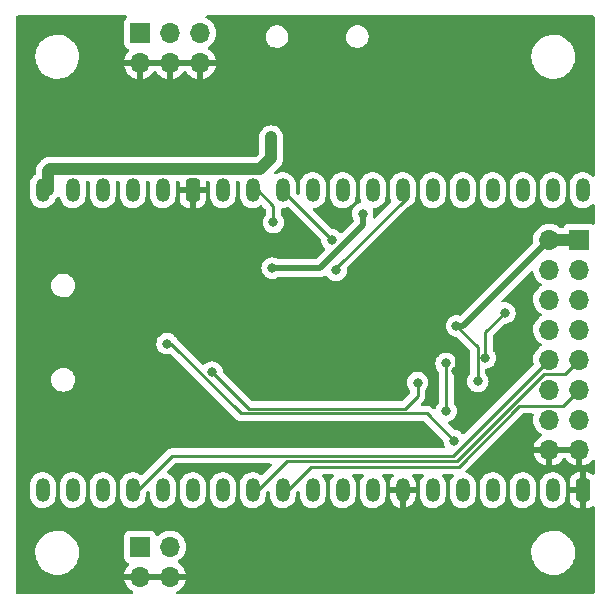
<source format=gbr>
%TF.GenerationSoftware,KiCad,Pcbnew,(6.0.0)*%
%TF.CreationDate,2022-01-16T13:15:06+00:00*%
%TF.ProjectId,OpenBCI_ESP32_BASE,4f70656e-4243-4495-9f45-535033325f42,rev?*%
%TF.SameCoordinates,Original*%
%TF.FileFunction,Copper,L2,Bot*%
%TF.FilePolarity,Positive*%
%FSLAX46Y46*%
G04 Gerber Fmt 4.6, Leading zero omitted, Abs format (unit mm)*
G04 Created by KiCad (PCBNEW (6.0.0)) date 2022-01-16 13:15:06*
%MOMM*%
%LPD*%
G01*
G04 APERTURE LIST*
G04 Aperture macros list*
%AMRoundRect*
0 Rectangle with rounded corners*
0 $1 Rounding radius*
0 $2 $3 $4 $5 $6 $7 $8 $9 X,Y pos of 4 corners*
0 Add a 4 corners polygon primitive as box body*
4,1,4,$2,$3,$4,$5,$6,$7,$8,$9,$2,$3,0*
0 Add four circle primitives for the rounded corners*
1,1,$1+$1,$2,$3*
1,1,$1+$1,$4,$5*
1,1,$1+$1,$6,$7*
1,1,$1+$1,$8,$9*
0 Add four rect primitives between the rounded corners*
20,1,$1+$1,$2,$3,$4,$5,0*
20,1,$1+$1,$4,$5,$6,$7,0*
20,1,$1+$1,$6,$7,$8,$9,0*
20,1,$1+$1,$8,$9,$2,$3,0*%
G04 Aperture macros list end*
%TA.AperFunction,ComponentPad*%
%ADD10O,1.200000X2.000000*%
%TD*%
%TA.AperFunction,ComponentPad*%
%ADD11RoundRect,0.300000X0.300000X0.700000X-0.300000X0.700000X-0.300000X-0.700000X0.300000X-0.700000X0*%
%TD*%
%TA.AperFunction,ComponentPad*%
%ADD12R,1.700000X1.700000*%
%TD*%
%TA.AperFunction,ComponentPad*%
%ADD13O,1.700000X1.700000*%
%TD*%
%TA.AperFunction,ViaPad*%
%ADD14C,0.800000*%
%TD*%
%TA.AperFunction,Conductor*%
%ADD15C,0.250000*%
%TD*%
%TA.AperFunction,Conductor*%
%ADD16C,1.000000*%
%TD*%
%TA.AperFunction,Conductor*%
%ADD17C,0.500000*%
%TD*%
G04 APERTURE END LIST*
D10*
%TO.P,U2,1,3V3*%
%TO.N,+3V3*%
X148497280Y-65303680D03*
%TO.P,U2,2,CHIP_PU*%
%TO.N,unconnected-(U2-Pad2)*%
X145957280Y-65303680D03*
%TO.P,U2,3,SENSOR_VP/GPIO36/ADC1_CH0*%
%TO.N,/OpenBCI_ESP_DEVKIT/BATT*%
X143417280Y-65303680D03*
%TO.P,U2,4,SENSOR_VN/GPIO39/ADC1_CH3*%
%TO.N,unconnected-(U2-Pad4)*%
X140877280Y-65303680D03*
%TO.P,U2,5,VDET_1/GPIO34/ADC1_CH6*%
%TO.N,unconnected-(U2-Pad5)*%
X138337280Y-65303680D03*
%TO.P,U2,6,VDET_2/GPIO35/ADC1_CH7*%
%TO.N,unconnected-(U2-Pad6)*%
X135797280Y-65303680D03*
%TO.P,U2,7,32K_XP/GPIO32/ADC1_CH4*%
%TO.N,/OpenBCI_ESP_DEVKIT/SDCD*%
X133257280Y-65303680D03*
%TO.P,U2,8,32K_XN/GPIO33/ADC1_CH5*%
%TO.N,unconnected-(U2-Pad8)*%
X130717280Y-65303680D03*
%TO.P,U2,9,DAC_1/ADC2_CH8/GPIO25*%
%TO.N,/OpenBCI_ESP_DEVKIT/ADSDRDY1*%
X128177280Y-65303680D03*
%TO.P,U2,10,DAC_2/ADC2_CH9/GPIO26*%
%TO.N,/OpenBCI_ESP_DEVKIT/ADSDRDY2*%
X125637280Y-65303680D03*
%TO.P,U2,11,ADC2_CH7/GPIO27*%
%TO.N,/OpenBCI_ESP_DEVKIT/INT1*%
X123097280Y-65303680D03*
%TO.P,U2,12,MTMS/GPIO14/ADC2_CH6*%
%TO.N,/OpenBCI_ESP_DEVKIT/ADSCLK*%
X120557280Y-65303680D03*
%TO.P,U2,13,\u002AMTDI/GPIO12/ADC2_CH5*%
%TO.N,/OpenBCI_ESP_DEVKIT/ADSMISO*%
X118017280Y-65303680D03*
D11*
%TO.P,U2,14,GND*%
%TO.N,GND*%
X115477280Y-65303680D03*
D10*
%TO.P,U2,15,MTCK/GPIO13/ADC2_CH4*%
%TO.N,/OpenBCI_ESP_DEVKIT/ADSMOSI*%
X112937280Y-65303680D03*
%TO.P,U2,16,SD_DATA2/GPIO9*%
%TO.N,unconnected-(U2-Pad16)*%
X110397280Y-65303680D03*
%TO.P,U2,17,SD_DATA3/GPIO10*%
%TO.N,unconnected-(U2-Pad17)*%
X107857280Y-65303680D03*
%TO.P,U2,18,CMD*%
%TO.N,unconnected-(U2-Pad18)*%
X105317280Y-65303680D03*
%TO.P,U2,19,5V*%
%TO.N,+5V*%
X102777280Y-65303680D03*
%TO.P,U2,20,SD_CLK/GPIO6*%
%TO.N,unconnected-(U2-Pad20)*%
X102780000Y-90700000D03*
%TO.P,U2,21,SD_DATA0/GPIO7*%
%TO.N,unconnected-(U2-Pad21)*%
X105320000Y-90700000D03*
%TO.P,U2,22,SD_DATA1/GPIO8*%
%TO.N,unconnected-(U2-Pad22)*%
X107857280Y-90703680D03*
%TO.P,U2,23,\u002AMTDO/GPIO15/ADC2_CH3*%
%TO.N,/OpenBCI_ESP_DEVKIT/ADSCS1*%
X110397280Y-90703680D03*
%TO.P,U2,24,ADC2_CH2/\u002AGPIO2*%
%TO.N,unconnected-(U2-Pad24)*%
X112937280Y-90703680D03*
%TO.P,U2,25,\u002AGPIO0/BOOT/ADC2_CH1*%
%TO.N,unconnected-(U2-Pad25)*%
X115477280Y-90703680D03*
%TO.P,U2,26,ADC2_CH0/GPIO4*%
%TO.N,unconnected-(U2-Pad26)*%
X118017280Y-90703680D03*
%TO.P,U2,27,GPIO16*%
%TO.N,/OpenBCI_ESP_DEVKIT/ADSCS2*%
X120557280Y-90703680D03*
%TO.P,U2,28,GPIO17*%
%TO.N,/OpenBCI_ESP_DEVKIT/ADSRST*%
X123097280Y-90703680D03*
%TO.P,U2,29,\u002AGPIO5*%
%TO.N,/OpenBCI_ESP_DEVKIT/SDCS*%
X125637280Y-90703680D03*
%TO.P,U2,30,GPIO18*%
%TO.N,/OpenBCI_ESP_DEVKIT/SDCLK*%
X128177280Y-90703680D03*
%TO.P,U2,31,GPIO19*%
%TO.N,/OpenBCI_ESP_DEVKIT/SDMISO*%
X130717280Y-90703680D03*
%TO.P,U2,32,GND*%
%TO.N,GND*%
X133257280Y-90703680D03*
%TO.P,U2,33,GPIO21*%
%TO.N,/OpenBCI_ESP_DEVKIT/SDA*%
X135797280Y-90703680D03*
%TO.P,U2,34,U0RXD/GPIO3*%
%TO.N,unconnected-(U2-Pad34)*%
X138337280Y-90703680D03*
%TO.P,U2,35,U0TXD/GPIO1*%
%TO.N,unconnected-(U2-Pad35)*%
X140877280Y-90703680D03*
%TO.P,U2,36,GPIO22*%
%TO.N,/OpenBCI_ESP_DEVKIT/SCL*%
X143417280Y-90703680D03*
%TO.P,U2,37,GPIO23*%
%TO.N,/OpenBCI_ESP_DEVKIT/SDMOSI*%
X145957280Y-90703680D03*
D11*
%TO.P,U2,38,GND*%
%TO.N,GND*%
X148497280Y-90703680D03*
%TD*%
D12*
%TO.P,J2,1,Pin_1*%
%TO.N,+2V5*%
X111000000Y-52000000D03*
D13*
%TO.P,J2,2,Pin_2*%
%TO.N,GND*%
X111000000Y-54540000D03*
%TO.P,J2,3,Pin_3*%
%TO.N,+2V5*%
X113540000Y-52000000D03*
%TO.P,J2,4,Pin_4*%
%TO.N,GND*%
X113540000Y-54540000D03*
%TO.P,J2,5,Pin_5*%
%TO.N,unconnected-(J2-Pad5)*%
X116080000Y-52000000D03*
%TO.P,J2,6,Pin_6*%
%TO.N,GND*%
X116080000Y-54540000D03*
%TD*%
D12*
%TO.P,J3,1,Pin_1*%
%TO.N,-2V5*%
X111000000Y-95500000D03*
D13*
%TO.P,J3,2,Pin_2*%
%TO.N,GND*%
X111000000Y-98040000D03*
%TO.P,J3,3,Pin_3*%
%TO.N,-2V5*%
X113540000Y-95500000D03*
%TO.P,J3,4,Pin_4*%
%TO.N,GND*%
X113540000Y-98040000D03*
%TD*%
D12*
%TO.P,J4,1,Pin_1*%
%TO.N,+3V3*%
X148200000Y-69500000D03*
D13*
%TO.P,J4,2,Pin_2*%
X145660000Y-69500000D03*
%TO.P,J4,3,Pin_3*%
%TO.N,/OpenBCI_ESP_DEVKIT/ADSDRDY2*%
X148200000Y-72040000D03*
%TO.P,J4,4,Pin_4*%
%TO.N,/OpenBCI_ESP_DEVKIT/ADSDRDY1*%
X145660000Y-72040000D03*
%TO.P,J4,5,Pin_5*%
%TO.N,unconnected-(J4-Pad5)*%
X148200000Y-74580000D03*
%TO.P,J4,6,Pin_6*%
%TO.N,/OpenBCI_ESP_DEVKIT/ADSMISO*%
X145660000Y-74580000D03*
%TO.P,J4,7,Pin_7*%
%TO.N,unconnected-(J4-Pad7)*%
X148200000Y-77120000D03*
%TO.P,J4,8,Pin_8*%
%TO.N,/OpenBCI_ESP_DEVKIT/ADSCLK*%
X145660000Y-77120000D03*
%TO.P,J4,9,Pin_9*%
%TO.N,/OpenBCI_ESP_DEVKIT/ADSCS2*%
X148200000Y-79660000D03*
%TO.P,J4,10,Pin_10*%
%TO.N,/OpenBCI_ESP_DEVKIT/ADSCS1*%
X145660000Y-79660000D03*
%TO.P,J4,11,Pin_11*%
%TO.N,/OpenBCI_ESP_DEVKIT/ADSRST*%
X148200000Y-82200000D03*
%TO.P,J4,12,Pin_12*%
%TO.N,unconnected-(J4-Pad12)*%
X145660000Y-82200000D03*
%TO.P,J4,13,Pin_13*%
%TO.N,unconnected-(J4-Pad13)*%
X148200000Y-84740000D03*
%TO.P,J4,14,Pin_14*%
%TO.N,/OpenBCI_ESP_DEVKIT/ADSMOSI*%
X145660000Y-84740000D03*
%TO.P,J4,15,Pin_15*%
%TO.N,GND*%
X148200000Y-87280000D03*
%TO.P,J4,16,Pin_16*%
X145660000Y-87280000D03*
%TD*%
D14*
%TO.N,GND*%
X144700000Y-61600000D03*
X137800000Y-80600000D03*
X123480150Y-95800000D03*
X128000000Y-77100000D03*
X133150000Y-97850000D03*
X116650000Y-70550000D03*
X116950000Y-85150000D03*
X135600000Y-77000000D03*
%TO.N,+5V*%
X122100000Y-60825000D03*
%TO.N,Net-(C34-Pad1)*%
X122200000Y-71900000D03*
X129850000Y-67300000D03*
%TO.N,/OpenBCI_ESP_DEVKIT/INT1*%
X140251500Y-79500000D03*
X141900000Y-75700000D03*
X127250000Y-69500000D03*
%TO.N,/OpenBCI_ESP_DEVKIT/SDMOSI*%
X113299996Y-78300000D03*
X137600000Y-86500000D03*
%TO.N,/OpenBCI_ESP_DEVKIT/SCL*%
X136922280Y-79977720D03*
X136922280Y-84000000D03*
%TO.N,/OpenBCI_ESP_DEVKIT/ADSCLK*%
X122300000Y-68025000D03*
%TO.N,+3V3*%
X137800000Y-76800000D03*
X139600000Y-81500000D03*
X134500000Y-81600000D03*
X117100000Y-80700000D03*
%TO.N,/OpenBCI_ESP_DEVKIT/SDCD*%
X127600000Y-72100000D03*
%TD*%
D15*
%TO.N,GND*%
X137800000Y-79200000D02*
X135600000Y-77000000D01*
X128000000Y-77100000D02*
X135500000Y-77100000D01*
X137800000Y-80600000D02*
X137800000Y-79200000D01*
X135500000Y-77100000D02*
X135600000Y-77000000D01*
D16*
%TO.N,+5V*%
X103373600Y-63500000D02*
X121200000Y-63500000D01*
X103177280Y-65303680D02*
X103177280Y-63696320D01*
X122100000Y-62600000D02*
X122100000Y-60825000D01*
X103177280Y-63696320D02*
X103373600Y-63500000D01*
X121200000Y-63500000D02*
X122100000Y-62600000D01*
D17*
%TO.N,Net-(C34-Pad1)*%
X126229121Y-71900000D02*
X122200000Y-71900000D01*
X129850000Y-68279121D02*
X126229121Y-71900000D01*
X129850000Y-67300000D02*
X129850000Y-68279121D01*
D15*
%TO.N,/OpenBCI_ESP_DEVKIT/INT1*%
X140250000Y-77350000D02*
X141900000Y-75700000D01*
X123097280Y-65347280D02*
X123097280Y-65303680D01*
X127250000Y-69500000D02*
X123097280Y-65347280D01*
X140250000Y-79498500D02*
X140250000Y-77350000D01*
X140251500Y-79500000D02*
X140250000Y-79498500D01*
%TO.N,/OpenBCI_ESP_DEVKIT/SDMOSI*%
X135300000Y-84200000D02*
X119526998Y-84200000D01*
X137600000Y-86500000D02*
X135300000Y-84200000D01*
X119526998Y-84200000D02*
X113626998Y-78300000D01*
X113626998Y-78300000D02*
X113299996Y-78300000D01*
X113399996Y-78200000D02*
X113299996Y-78300000D01*
%TO.N,/OpenBCI_ESP_DEVKIT/SCL*%
X136922280Y-84000000D02*
X136922280Y-79977720D01*
%TO.N,/OpenBCI_ESP_DEVKIT/ADSCS2*%
X123410949Y-88250011D02*
X137813579Y-88250011D01*
X137813579Y-88250011D02*
X145228589Y-80835001D01*
X147024999Y-80835001D02*
X148200000Y-79660000D01*
X145228589Y-80835001D02*
X147024999Y-80835001D01*
X120957280Y-90703680D02*
X123410949Y-88250011D01*
%TO.N,/OpenBCI_ESP_DEVKIT/ADSRST*%
X137999978Y-88700022D02*
X143135001Y-83564999D01*
X143135001Y-83564999D02*
X146835001Y-83564999D01*
X123497280Y-90703680D02*
X125500938Y-88700022D01*
X146835001Y-83564999D02*
X148200000Y-82200000D01*
X125500938Y-88700022D02*
X137999978Y-88700022D01*
%TO.N,/OpenBCI_ESP_DEVKIT/ADSCS1*%
X113700960Y-87800000D02*
X137520000Y-87800000D01*
X110797280Y-90703680D02*
X113700960Y-87800000D01*
X137520000Y-87800000D02*
X145660000Y-79660000D01*
%TO.N,/OpenBCI_ESP_DEVKIT/ADSCLK*%
X122300000Y-68025000D02*
X122300000Y-66646400D01*
X122300000Y-66646400D02*
X120957280Y-65303680D01*
%TO.N,+3V3*%
X139600000Y-81500000D02*
X139600000Y-78600000D01*
X134500000Y-82750000D02*
X134500000Y-81600000D01*
X120223480Y-83823480D02*
X133426520Y-83823480D01*
D17*
X138360000Y-76800000D02*
X145660000Y-69500000D01*
D15*
X133426520Y-83823480D02*
X134500000Y-82750000D01*
D16*
X148200000Y-69500000D02*
X145660000Y-69500000D01*
D17*
X137800000Y-76800000D02*
X138360000Y-76800000D01*
D15*
X139600000Y-78600000D02*
X137800000Y-76800000D01*
X117100000Y-80700000D02*
X120223480Y-83823480D01*
%TO.N,/OpenBCI_ESP_DEVKIT/SDCD*%
X127600000Y-71900000D02*
X133657280Y-65842720D01*
X127600000Y-72100000D02*
X127600000Y-71900000D01*
X133657280Y-65842720D02*
X133657280Y-65303680D01*
%TD*%
%TA.AperFunction,Conductor*%
%TO.N,GND*%
G36*
X109848562Y-50528002D02*
G01*
X109895055Y-50581658D01*
X109905159Y-50651932D01*
X109875665Y-50716512D01*
X109856006Y-50734826D01*
X109823568Y-50759137D01*
X109786739Y-50786739D01*
X109699385Y-50903295D01*
X109648255Y-51039684D01*
X109641500Y-51101866D01*
X109641500Y-52898134D01*
X109648255Y-52960316D01*
X109699385Y-53096705D01*
X109786739Y-53213261D01*
X109903295Y-53300615D01*
X109911704Y-53303767D01*
X109911705Y-53303768D01*
X110020960Y-53344726D01*
X110077725Y-53387367D01*
X110102425Y-53453929D01*
X110087218Y-53523278D01*
X110067825Y-53549759D01*
X109944590Y-53678717D01*
X109938104Y-53686727D01*
X109818098Y-53862649D01*
X109813000Y-53871623D01*
X109723338Y-54064783D01*
X109719775Y-54074470D01*
X109664389Y-54274183D01*
X109665912Y-54282607D01*
X109678292Y-54286000D01*
X117398344Y-54286000D01*
X117411875Y-54282027D01*
X117413180Y-54272947D01*
X117371214Y-54105875D01*
X117367894Y-54096124D01*
X117344481Y-54042277D01*
X144137009Y-54042277D01*
X144162625Y-54310769D01*
X144163710Y-54315203D01*
X144163711Y-54315209D01*
X144225645Y-54568312D01*
X144226731Y-54572750D01*
X144327985Y-54822733D01*
X144464265Y-55055482D01*
X144467118Y-55059049D01*
X144584686Y-55206060D01*
X144632716Y-55266119D01*
X144829809Y-55450234D01*
X145051416Y-55603968D01*
X145055499Y-55605999D01*
X145055502Y-55606001D01*
X145171013Y-55663466D01*
X145292894Y-55724101D01*
X145297228Y-55725522D01*
X145297231Y-55725523D01*
X145544853Y-55806698D01*
X145544859Y-55806699D01*
X145549186Y-55808118D01*
X145553677Y-55808898D01*
X145553678Y-55808898D01*
X145811140Y-55853601D01*
X145811148Y-55853602D01*
X145814921Y-55854257D01*
X145818758Y-55854448D01*
X145898578Y-55858422D01*
X145898586Y-55858422D01*
X145900149Y-55858500D01*
X146068512Y-55858500D01*
X146070780Y-55858335D01*
X146070792Y-55858335D01*
X146201884Y-55848823D01*
X146269004Y-55843953D01*
X146273459Y-55842969D01*
X146273462Y-55842969D01*
X146527912Y-55786791D01*
X146527916Y-55786790D01*
X146532372Y-55785806D01*
X146658480Y-55738028D01*
X146780318Y-55691868D01*
X146780321Y-55691867D01*
X146784588Y-55690250D01*
X146976249Y-55583792D01*
X147016375Y-55561504D01*
X147016376Y-55561503D01*
X147020368Y-55559286D01*
X147234773Y-55395657D01*
X147423312Y-55202792D01*
X147582034Y-54984730D01*
X147667210Y-54822837D01*
X147705490Y-54750079D01*
X147705493Y-54750073D01*
X147707615Y-54746039D01*
X147770378Y-54568312D01*
X147795902Y-54496033D01*
X147795902Y-54496032D01*
X147797425Y-54491720D01*
X147849581Y-54227100D01*
X147855616Y-54105875D01*
X147862764Y-53962292D01*
X147862764Y-53962286D01*
X147862991Y-53957723D01*
X147837375Y-53689231D01*
X147834803Y-53678717D01*
X147774355Y-53431688D01*
X147773269Y-53427250D01*
X147672015Y-53177267D01*
X147556149Y-52979382D01*
X147538045Y-52948463D01*
X147538044Y-52948462D01*
X147535735Y-52944518D01*
X147417928Y-52797208D01*
X147370136Y-52737447D01*
X147370135Y-52737445D01*
X147367284Y-52733881D01*
X147170191Y-52549766D01*
X146948584Y-52396032D01*
X146944501Y-52394001D01*
X146944498Y-52393999D01*
X146779606Y-52311967D01*
X146707106Y-52275899D01*
X146702772Y-52274478D01*
X146702769Y-52274477D01*
X146455147Y-52193302D01*
X146455141Y-52193301D01*
X146450814Y-52191882D01*
X146446322Y-52191102D01*
X146188860Y-52146399D01*
X146188852Y-52146398D01*
X146185079Y-52145743D01*
X146173817Y-52145182D01*
X146101422Y-52141578D01*
X146101414Y-52141578D01*
X146099851Y-52141500D01*
X145931488Y-52141500D01*
X145929220Y-52141665D01*
X145929208Y-52141665D01*
X145798116Y-52151177D01*
X145730996Y-52156047D01*
X145726541Y-52157031D01*
X145726538Y-52157031D01*
X145472088Y-52213209D01*
X145472084Y-52213210D01*
X145467628Y-52214194D01*
X145382046Y-52246618D01*
X145219682Y-52308132D01*
X145219679Y-52308133D01*
X145215412Y-52309750D01*
X144979632Y-52440714D01*
X144765227Y-52604343D01*
X144762034Y-52607609D01*
X144762032Y-52607611D01*
X144734447Y-52635829D01*
X144576688Y-52797208D01*
X144417966Y-53015270D01*
X144380239Y-53086978D01*
X144294510Y-53249921D01*
X144294507Y-53249927D01*
X144292385Y-53253961D01*
X144290865Y-53258266D01*
X144290863Y-53258270D01*
X144221768Y-53453929D01*
X144202575Y-53508280D01*
X144196281Y-53540215D01*
X144162240Y-53712926D01*
X144150419Y-53772900D01*
X144150192Y-53777453D01*
X144150192Y-53777456D01*
X144140991Y-53962292D01*
X144137009Y-54042277D01*
X117344481Y-54042277D01*
X117282972Y-53900814D01*
X117278105Y-53891739D01*
X117162426Y-53712926D01*
X117156136Y-53704757D01*
X117012806Y-53547240D01*
X117005273Y-53540215D01*
X116838139Y-53408222D01*
X116829556Y-53402520D01*
X116792602Y-53382120D01*
X116742631Y-53331687D01*
X116727859Y-53262245D01*
X116752975Y-53195839D01*
X116780327Y-53169232D01*
X116825030Y-53137346D01*
X116959860Y-53041173D01*
X116971753Y-53029322D01*
X117103616Y-52897918D01*
X117118096Y-52883489D01*
X117248453Y-52702077D01*
X117269320Y-52659857D01*
X117345136Y-52506453D01*
X117345137Y-52506451D01*
X117347430Y-52501811D01*
X117394446Y-52347064D01*
X121637707Y-52347064D01*
X121666825Y-52539599D01*
X121669028Y-52545585D01*
X121669029Y-52545591D01*
X121731860Y-52716360D01*
X121731862Y-52716365D01*
X121734063Y-52722346D01*
X121836674Y-52887840D01*
X121841055Y-52892473D01*
X121841056Y-52892474D01*
X121966081Y-53024685D01*
X121970466Y-53029322D01*
X121975696Y-53032984D01*
X121975697Y-53032985D01*
X122052808Y-53086978D01*
X122129975Y-53141011D01*
X122135838Y-53143548D01*
X122302825Y-53215810D01*
X122302829Y-53215811D01*
X122308684Y-53218345D01*
X122314931Y-53219650D01*
X122314934Y-53219651D01*
X122494557Y-53257176D01*
X122494562Y-53257177D01*
X122499293Y-53258165D01*
X122505685Y-53258500D01*
X122648663Y-53258500D01*
X122733122Y-53249921D01*
X122787378Y-53244410D01*
X122787379Y-53244410D01*
X122793727Y-53243765D01*
X122870676Y-53219651D01*
X122973451Y-53187444D01*
X122973456Y-53187442D01*
X122979541Y-53185535D01*
X123066475Y-53137346D01*
X123144271Y-53094223D01*
X123144274Y-53094221D01*
X123149850Y-53091130D01*
X123154691Y-53086981D01*
X123154695Y-53086978D01*
X123292855Y-52968560D01*
X123297698Y-52964409D01*
X123417046Y-52810547D01*
X123421794Y-52800899D01*
X123500200Y-52641556D01*
X123503018Y-52635829D01*
X123526114Y-52547162D01*
X123550492Y-52453575D01*
X123550492Y-52453572D01*
X123552102Y-52447393D01*
X123557360Y-52347064D01*
X128437707Y-52347064D01*
X128466825Y-52539599D01*
X128469028Y-52545585D01*
X128469029Y-52545591D01*
X128531860Y-52716360D01*
X128531862Y-52716365D01*
X128534063Y-52722346D01*
X128636674Y-52887840D01*
X128641055Y-52892473D01*
X128641056Y-52892474D01*
X128766081Y-53024685D01*
X128770466Y-53029322D01*
X128775696Y-53032984D01*
X128775697Y-53032985D01*
X128852808Y-53086978D01*
X128929975Y-53141011D01*
X128935838Y-53143548D01*
X129102825Y-53215810D01*
X129102829Y-53215811D01*
X129108684Y-53218345D01*
X129114931Y-53219650D01*
X129114934Y-53219651D01*
X129294557Y-53257176D01*
X129294562Y-53257177D01*
X129299293Y-53258165D01*
X129305685Y-53258500D01*
X129448663Y-53258500D01*
X129533122Y-53249921D01*
X129587378Y-53244410D01*
X129587379Y-53244410D01*
X129593727Y-53243765D01*
X129670676Y-53219651D01*
X129773451Y-53187444D01*
X129773456Y-53187442D01*
X129779541Y-53185535D01*
X129866475Y-53137346D01*
X129944271Y-53094223D01*
X129944274Y-53094221D01*
X129949850Y-53091130D01*
X129954691Y-53086981D01*
X129954695Y-53086978D01*
X130092855Y-52968560D01*
X130097698Y-52964409D01*
X130217046Y-52810547D01*
X130221794Y-52800899D01*
X130300200Y-52641556D01*
X130303018Y-52635829D01*
X130326114Y-52547162D01*
X130350492Y-52453575D01*
X130350492Y-52453572D01*
X130352102Y-52447393D01*
X130357694Y-52340683D01*
X130361959Y-52259317D01*
X130361959Y-52259313D01*
X130362293Y-52252936D01*
X130333175Y-52060401D01*
X130330972Y-52054415D01*
X130330971Y-52054409D01*
X130268140Y-51883640D01*
X130268138Y-51883635D01*
X130265937Y-51877654D01*
X130206952Y-51782522D01*
X130166688Y-51717582D01*
X130166687Y-51717581D01*
X130163326Y-51712160D01*
X130029534Y-51570678D01*
X130022454Y-51565720D01*
X129875259Y-51462654D01*
X129870025Y-51458989D01*
X129822013Y-51438212D01*
X129697175Y-51384190D01*
X129697171Y-51384189D01*
X129691316Y-51381655D01*
X129685069Y-51380350D01*
X129685066Y-51380349D01*
X129505443Y-51342824D01*
X129505438Y-51342823D01*
X129500707Y-51341835D01*
X129494315Y-51341500D01*
X129351337Y-51341500D01*
X129282049Y-51348538D01*
X129212622Y-51355590D01*
X129212621Y-51355590D01*
X129206273Y-51356235D01*
X129149939Y-51373889D01*
X129026549Y-51412556D01*
X129026544Y-51412558D01*
X129020459Y-51414465D01*
X128944713Y-51456452D01*
X128855729Y-51505777D01*
X128855726Y-51505779D01*
X128850150Y-51508870D01*
X128845309Y-51513019D01*
X128845305Y-51513022D01*
X128782311Y-51567015D01*
X128702302Y-51635591D01*
X128582954Y-51789453D01*
X128580138Y-51795176D01*
X128580136Y-51795179D01*
X128536608Y-51883640D01*
X128496982Y-51964171D01*
X128495373Y-51970349D01*
X128495372Y-51970351D01*
X128449736Y-52145552D01*
X128447898Y-52152607D01*
X128447564Y-52158986D01*
X128439663Y-52309750D01*
X128437707Y-52347064D01*
X123557360Y-52347064D01*
X123557694Y-52340683D01*
X123561959Y-52259317D01*
X123561959Y-52259313D01*
X123562293Y-52252936D01*
X123533175Y-52060401D01*
X123530972Y-52054415D01*
X123530971Y-52054409D01*
X123468140Y-51883640D01*
X123468138Y-51883635D01*
X123465937Y-51877654D01*
X123406952Y-51782522D01*
X123366688Y-51717582D01*
X123366687Y-51717581D01*
X123363326Y-51712160D01*
X123229534Y-51570678D01*
X123222454Y-51565720D01*
X123075259Y-51462654D01*
X123070025Y-51458989D01*
X123022013Y-51438212D01*
X122897175Y-51384190D01*
X122897171Y-51384189D01*
X122891316Y-51381655D01*
X122885069Y-51380350D01*
X122885066Y-51380349D01*
X122705443Y-51342824D01*
X122705438Y-51342823D01*
X122700707Y-51341835D01*
X122694315Y-51341500D01*
X122551337Y-51341500D01*
X122482049Y-51348538D01*
X122412622Y-51355590D01*
X122412621Y-51355590D01*
X122406273Y-51356235D01*
X122349939Y-51373889D01*
X122226549Y-51412556D01*
X122226544Y-51412558D01*
X122220459Y-51414465D01*
X122144713Y-51456452D01*
X122055729Y-51505777D01*
X122055726Y-51505779D01*
X122050150Y-51508870D01*
X122045309Y-51513019D01*
X122045305Y-51513022D01*
X121982311Y-51567015D01*
X121902302Y-51635591D01*
X121782954Y-51789453D01*
X121780138Y-51795176D01*
X121780136Y-51795179D01*
X121736608Y-51883640D01*
X121696982Y-51964171D01*
X121695373Y-51970349D01*
X121695372Y-51970351D01*
X121649736Y-52145552D01*
X121647898Y-52152607D01*
X121647564Y-52158986D01*
X121639663Y-52309750D01*
X121637707Y-52347064D01*
X117394446Y-52347064D01*
X117412370Y-52288069D01*
X117441529Y-52066590D01*
X117443156Y-52000000D01*
X117424852Y-51777361D01*
X117370431Y-51560702D01*
X117281354Y-51355840D01*
X117160014Y-51168277D01*
X117009670Y-51003051D01*
X117005619Y-50999852D01*
X117005615Y-50999848D01*
X116838414Y-50867800D01*
X116838410Y-50867798D01*
X116834359Y-50864598D01*
X116638789Y-50756638D01*
X116633919Y-50754913D01*
X116633909Y-50754909D01*
X116627874Y-50752772D01*
X116570338Y-50711178D01*
X116544423Y-50645080D01*
X116558358Y-50575464D01*
X116607717Y-50524433D01*
X116669935Y-50508000D01*
X149366000Y-50508000D01*
X149434121Y-50528002D01*
X149480614Y-50581658D01*
X149492000Y-50634000D01*
X149492000Y-64023018D01*
X149471998Y-64091139D01*
X149418342Y-64137632D01*
X149348068Y-64147736D01*
X149283422Y-64118184D01*
X149143917Y-63997128D01*
X149138731Y-63994128D01*
X149138727Y-63994125D01*
X148966022Y-63894213D01*
X148960826Y-63891207D01*
X148761009Y-63821819D01*
X148755074Y-63820958D01*
X148755072Y-63820958D01*
X148557616Y-63792328D01*
X148557613Y-63792328D01*
X148551676Y-63791467D01*
X148340381Y-63801247D01*
X148209203Y-63832861D01*
X148140579Y-63849399D01*
X148140577Y-63849400D01*
X148134746Y-63850805D01*
X148129288Y-63853287D01*
X148129284Y-63853288D01*
X148039225Y-63894236D01*
X147942193Y-63938354D01*
X147769669Y-64060734D01*
X147623399Y-64213530D01*
X147508660Y-64391228D01*
X147506417Y-64396794D01*
X147438073Y-64566379D01*
X147429594Y-64587417D01*
X147389052Y-64795017D01*
X147388780Y-64800579D01*
X147388780Y-65756526D01*
X147403828Y-65914246D01*
X147463372Y-66117214D01*
X147466114Y-66122537D01*
X147466116Y-66122542D01*
X147552952Y-66291144D01*
X147560222Y-66305260D01*
X147690884Y-66471600D01*
X147695415Y-66475532D01*
X147695418Y-66475535D01*
X147781338Y-66550092D01*
X147850643Y-66610232D01*
X147855829Y-66613232D01*
X147855833Y-66613235D01*
X148017945Y-66707019D01*
X148033734Y-66716153D01*
X148233551Y-66785541D01*
X148239486Y-66786402D01*
X148239488Y-66786402D01*
X148436944Y-66815032D01*
X148436947Y-66815032D01*
X148442884Y-66815893D01*
X148654179Y-66806113D01*
X148794847Y-66772212D01*
X148853981Y-66757961D01*
X148853983Y-66757960D01*
X148859814Y-66756555D01*
X148865272Y-66754073D01*
X148865276Y-66754072D01*
X149012050Y-66687337D01*
X149052367Y-66669006D01*
X149224891Y-66546626D01*
X149229033Y-66542299D01*
X149229039Y-66542294D01*
X149274982Y-66494301D01*
X149336537Y-66458924D01*
X149407446Y-66462443D01*
X149465197Y-66503739D01*
X149491453Y-66569702D01*
X149492000Y-66581431D01*
X149492000Y-68095126D01*
X149471998Y-68163247D01*
X149418342Y-68209740D01*
X149348068Y-68219844D01*
X149305491Y-68205646D01*
X149303888Y-68204768D01*
X149296705Y-68199385D01*
X149288304Y-68196236D01*
X149288301Y-68196234D01*
X149200307Y-68163247D01*
X149160316Y-68148255D01*
X149098134Y-68141500D01*
X147301866Y-68141500D01*
X147239684Y-68148255D01*
X147103295Y-68199385D01*
X146986739Y-68286739D01*
X146899385Y-68403295D01*
X146896233Y-68411704D01*
X146891923Y-68419575D01*
X146890259Y-68418664D01*
X146854337Y-68466490D01*
X146787776Y-68491193D01*
X146778991Y-68491500D01*
X146618799Y-68491500D01*
X146550678Y-68471498D01*
X146540707Y-68464382D01*
X146418414Y-68367800D01*
X146418410Y-68367798D01*
X146414359Y-68364598D01*
X146218789Y-68256638D01*
X146213920Y-68254914D01*
X146213916Y-68254912D01*
X146013087Y-68183795D01*
X146013083Y-68183794D01*
X146008212Y-68182069D01*
X146003119Y-68181162D01*
X146003116Y-68181161D01*
X145793373Y-68143800D01*
X145793367Y-68143799D01*
X145788284Y-68142894D01*
X145714452Y-68141992D01*
X145570081Y-68140228D01*
X145570079Y-68140228D01*
X145564911Y-68140165D01*
X145344091Y-68173955D01*
X145131756Y-68243357D01*
X144933607Y-68346507D01*
X144929474Y-68349610D01*
X144929471Y-68349612D01*
X144836289Y-68419575D01*
X144754965Y-68480635D01*
X144600629Y-68642138D01*
X144474743Y-68826680D01*
X144380688Y-69029305D01*
X144320989Y-69244570D01*
X144297251Y-69466695D01*
X144310110Y-69689715D01*
X144311247Y-69694760D01*
X144311966Y-69699877D01*
X144310518Y-69700081D01*
X144306398Y-69764274D01*
X144277119Y-69810200D01*
X138191547Y-75895772D01*
X138129235Y-75929798D01*
X138076257Y-75929924D01*
X138001920Y-75914123D01*
X137901944Y-75892872D01*
X137901939Y-75892872D01*
X137895487Y-75891500D01*
X137704513Y-75891500D01*
X137698061Y-75892872D01*
X137698056Y-75892872D01*
X137611113Y-75911353D01*
X137517712Y-75931206D01*
X137511682Y-75933891D01*
X137511681Y-75933891D01*
X137349278Y-76006197D01*
X137349276Y-76006198D01*
X137343248Y-76008882D01*
X137188747Y-76121134D01*
X137060960Y-76263056D01*
X136965473Y-76428444D01*
X136906458Y-76610072D01*
X136905768Y-76616633D01*
X136905768Y-76616635D01*
X136898378Y-76686948D01*
X136886496Y-76800000D01*
X136887186Y-76806565D01*
X136905586Y-76981628D01*
X136906458Y-76989928D01*
X136965473Y-77171556D01*
X137060960Y-77336944D01*
X137188747Y-77478866D01*
X137343248Y-77591118D01*
X137349276Y-77593802D01*
X137349278Y-77593803D01*
X137511681Y-77666109D01*
X137517712Y-77668794D01*
X137611112Y-77688647D01*
X137698056Y-77707128D01*
X137698061Y-77707128D01*
X137704513Y-77708500D01*
X137760406Y-77708500D01*
X137828527Y-77728502D01*
X137849501Y-77745405D01*
X138929595Y-78825499D01*
X138963621Y-78887811D01*
X138966500Y-78914594D01*
X138966500Y-80797476D01*
X138946498Y-80865597D01*
X138934142Y-80881779D01*
X138860960Y-80963056D01*
X138765473Y-81128444D01*
X138706458Y-81310072D01*
X138705768Y-81316633D01*
X138705768Y-81316635D01*
X138695948Y-81410072D01*
X138686496Y-81500000D01*
X138687186Y-81506565D01*
X138691310Y-81545798D01*
X138706458Y-81689928D01*
X138765473Y-81871556D01*
X138768776Y-81877278D01*
X138768777Y-81877279D01*
X138794265Y-81921425D01*
X138860960Y-82036944D01*
X138988747Y-82178866D01*
X139065187Y-82234403D01*
X139132481Y-82283295D01*
X139143248Y-82291118D01*
X139149276Y-82293802D01*
X139149278Y-82293803D01*
X139262203Y-82344080D01*
X139317712Y-82368794D01*
X139411113Y-82388647D01*
X139498056Y-82407128D01*
X139498061Y-82407128D01*
X139504513Y-82408500D01*
X139695487Y-82408500D01*
X139701939Y-82407128D01*
X139701944Y-82407128D01*
X139788887Y-82388647D01*
X139882288Y-82368794D01*
X139937797Y-82344080D01*
X140050722Y-82293803D01*
X140050724Y-82293802D01*
X140056752Y-82291118D01*
X140067520Y-82283295D01*
X140134813Y-82234403D01*
X140211253Y-82178866D01*
X140339040Y-82036944D01*
X140405735Y-81921425D01*
X140431223Y-81877279D01*
X140431224Y-81877278D01*
X140434527Y-81871556D01*
X140493542Y-81689928D01*
X140508691Y-81545798D01*
X140512814Y-81506565D01*
X140513504Y-81500000D01*
X140504052Y-81410072D01*
X140494232Y-81316635D01*
X140494232Y-81316633D01*
X140493542Y-81310072D01*
X140434527Y-81128444D01*
X140339040Y-80963056D01*
X140265863Y-80881785D01*
X140235147Y-80817779D01*
X140233500Y-80797476D01*
X140233500Y-80533185D01*
X140253502Y-80465064D01*
X140307158Y-80418571D01*
X140344043Y-80408500D01*
X140346987Y-80408500D01*
X140353440Y-80407128D01*
X140353443Y-80407128D01*
X140416013Y-80393828D01*
X140533788Y-80368794D01*
X140548875Y-80362077D01*
X140702222Y-80293803D01*
X140702224Y-80293802D01*
X140708252Y-80291118D01*
X140862753Y-80178866D01*
X140962109Y-80068520D01*
X140986121Y-80041852D01*
X140986122Y-80041851D01*
X140990540Y-80036944D01*
X141086027Y-79871556D01*
X141145042Y-79689928D01*
X141152228Y-79621562D01*
X141164314Y-79506565D01*
X141165004Y-79500000D01*
X141154974Y-79404570D01*
X141145732Y-79316635D01*
X141145732Y-79316633D01*
X141145042Y-79310072D01*
X141086027Y-79128444D01*
X141076309Y-79111611D01*
X141019255Y-79012792D01*
X140990540Y-78963056D01*
X140915863Y-78880119D01*
X140885147Y-78816113D01*
X140883500Y-78795810D01*
X140883500Y-77664594D01*
X140903502Y-77596473D01*
X140920405Y-77575499D01*
X141850499Y-76645405D01*
X141912811Y-76611379D01*
X141939594Y-76608500D01*
X141995487Y-76608500D01*
X142001939Y-76607128D01*
X142001944Y-76607128D01*
X142088888Y-76588647D01*
X142182288Y-76568794D01*
X142188319Y-76566109D01*
X142350722Y-76493803D01*
X142350724Y-76493802D01*
X142356752Y-76491118D01*
X142381976Y-76472792D01*
X142458692Y-76417054D01*
X142511253Y-76378866D01*
X142515675Y-76373955D01*
X142634621Y-76241852D01*
X142634622Y-76241851D01*
X142639040Y-76236944D01*
X142734527Y-76071556D01*
X142793542Y-75889928D01*
X142797826Y-75849174D01*
X142812814Y-75706565D01*
X142813504Y-75700000D01*
X142804836Y-75617529D01*
X142794232Y-75516635D01*
X142794232Y-75516633D01*
X142793542Y-75510072D01*
X142734527Y-75328444D01*
X142639040Y-75163056D01*
X142511253Y-75021134D01*
X142356752Y-74908882D01*
X142350724Y-74906198D01*
X142350722Y-74906197D01*
X142188319Y-74833891D01*
X142188318Y-74833891D01*
X142182288Y-74831206D01*
X142088888Y-74811353D01*
X142001944Y-74792872D01*
X142001939Y-74792872D01*
X141995487Y-74791500D01*
X141804513Y-74791500D01*
X141798061Y-74792872D01*
X141798056Y-74792872D01*
X141759179Y-74801136D01*
X141688388Y-74795734D01*
X141631755Y-74752917D01*
X141607262Y-74686279D01*
X141622683Y-74616978D01*
X141643887Y-74588794D01*
X144094656Y-72138025D01*
X144156968Y-72103999D01*
X144227783Y-72109064D01*
X144284619Y-72151611D01*
X144309542Y-72219865D01*
X144310110Y-72229715D01*
X144311247Y-72234761D01*
X144311248Y-72234767D01*
X144335304Y-72341508D01*
X144359222Y-72447639D01*
X144443266Y-72654616D01*
X144494942Y-72738944D01*
X144557291Y-72840688D01*
X144559987Y-72845088D01*
X144706250Y-73013938D01*
X144878126Y-73156632D01*
X144928813Y-73186251D01*
X144951445Y-73199476D01*
X145000169Y-73251114D01*
X145013240Y-73320897D01*
X144986509Y-73386669D01*
X144946055Y-73420027D01*
X144933607Y-73426507D01*
X144929474Y-73429610D01*
X144929471Y-73429612D01*
X144905247Y-73447800D01*
X144754965Y-73560635D01*
X144600629Y-73722138D01*
X144474743Y-73906680D01*
X144380688Y-74109305D01*
X144320989Y-74324570D01*
X144297251Y-74546695D01*
X144310110Y-74769715D01*
X144311247Y-74774761D01*
X144311248Y-74774767D01*
X144323968Y-74831206D01*
X144359222Y-74987639D01*
X144443266Y-75194616D01*
X144494942Y-75278944D01*
X144557291Y-75380688D01*
X144559987Y-75385088D01*
X144706250Y-75553938D01*
X144878126Y-75696632D01*
X144911142Y-75715925D01*
X144951445Y-75739476D01*
X145000169Y-75791114D01*
X145013240Y-75860897D01*
X144986509Y-75926669D01*
X144946055Y-75960027D01*
X144933607Y-75966507D01*
X144929474Y-75969610D01*
X144929471Y-75969612D01*
X144786072Y-76077279D01*
X144754965Y-76100635D01*
X144600629Y-76262138D01*
X144474743Y-76446680D01*
X144427716Y-76547992D01*
X144398293Y-76611379D01*
X144380688Y-76649305D01*
X144320989Y-76864570D01*
X144297251Y-77086695D01*
X144297548Y-77091848D01*
X144297548Y-77091851D01*
X144308986Y-77290224D01*
X144310110Y-77309715D01*
X144311247Y-77314761D01*
X144311248Y-77314767D01*
X144334154Y-77416405D01*
X144359222Y-77527639D01*
X144443266Y-77734616D01*
X144494942Y-77818944D01*
X144557291Y-77920688D01*
X144559987Y-77925088D01*
X144706250Y-78093938D01*
X144878126Y-78236632D01*
X144948595Y-78277811D01*
X144951445Y-78279476D01*
X145000169Y-78331114D01*
X145013240Y-78400897D01*
X144986509Y-78466669D01*
X144946055Y-78500027D01*
X144933607Y-78506507D01*
X144929474Y-78509610D01*
X144929471Y-78509612D01*
X144905247Y-78527800D01*
X144754965Y-78640635D01*
X144600629Y-78802138D01*
X144597720Y-78806403D01*
X144597714Y-78806411D01*
X144579838Y-78832617D01*
X144474743Y-78986680D01*
X144436429Y-79069220D01*
X144385039Y-79179932D01*
X144380688Y-79189305D01*
X144320989Y-79404570D01*
X144297251Y-79626695D01*
X144297548Y-79631848D01*
X144297548Y-79631851D01*
X144306918Y-79794355D01*
X144310110Y-79849715D01*
X144311247Y-79854761D01*
X144311248Y-79854767D01*
X144343453Y-79997668D01*
X144338917Y-80068520D01*
X144309631Y-80114464D01*
X138490729Y-85933366D01*
X138428417Y-85967392D01*
X138357602Y-85962327D01*
X138308001Y-85928584D01*
X138211253Y-85821134D01*
X138056752Y-85708882D01*
X138050724Y-85706198D01*
X138050722Y-85706197D01*
X137888319Y-85633891D01*
X137888318Y-85633891D01*
X137882288Y-85631206D01*
X137788887Y-85611353D01*
X137701944Y-85592872D01*
X137701939Y-85592872D01*
X137695487Y-85591500D01*
X137639595Y-85591500D01*
X137571474Y-85571498D01*
X137550500Y-85554595D01*
X137088370Y-85092465D01*
X137054344Y-85030153D01*
X137059409Y-84959338D01*
X137101956Y-84902502D01*
X137151269Y-84880123D01*
X137164221Y-84877370D01*
X137198110Y-84870167D01*
X137198113Y-84870166D01*
X137204568Y-84868794D01*
X137273239Y-84838220D01*
X137373002Y-84793803D01*
X137373004Y-84793802D01*
X137379032Y-84791118D01*
X137533533Y-84678866D01*
X137553763Y-84656398D01*
X137656901Y-84541852D01*
X137656902Y-84541851D01*
X137661320Y-84536944D01*
X137756807Y-84371556D01*
X137815822Y-84189928D01*
X137835784Y-84000000D01*
X137815822Y-83810072D01*
X137756807Y-83628444D01*
X137743040Y-83604598D01*
X137700758Y-83531364D01*
X137661320Y-83463056D01*
X137588143Y-83381785D01*
X137557427Y-83317779D01*
X137555780Y-83297476D01*
X137555780Y-80680244D01*
X137575782Y-80612123D01*
X137588138Y-80595941D01*
X137661320Y-80514664D01*
X137745538Y-80368794D01*
X137753503Y-80354999D01*
X137753504Y-80354998D01*
X137756807Y-80349276D01*
X137815822Y-80167648D01*
X137816821Y-80158148D01*
X137835094Y-79984285D01*
X137835784Y-79977720D01*
X137815822Y-79787792D01*
X137756807Y-79606164D01*
X137661320Y-79440776D01*
X137633346Y-79409707D01*
X137537955Y-79303765D01*
X137537954Y-79303764D01*
X137533533Y-79298854D01*
X137379032Y-79186602D01*
X137373004Y-79183918D01*
X137373002Y-79183917D01*
X137210599Y-79111611D01*
X137210598Y-79111611D01*
X137204568Y-79108926D01*
X137102530Y-79087237D01*
X137024224Y-79070592D01*
X137024219Y-79070592D01*
X137017767Y-79069220D01*
X136826793Y-79069220D01*
X136820341Y-79070592D01*
X136820336Y-79070592D01*
X136742030Y-79087237D01*
X136639992Y-79108926D01*
X136633962Y-79111611D01*
X136633961Y-79111611D01*
X136471558Y-79183917D01*
X136471556Y-79183918D01*
X136465528Y-79186602D01*
X136311027Y-79298854D01*
X136306606Y-79303764D01*
X136306605Y-79303765D01*
X136211215Y-79409707D01*
X136183240Y-79440776D01*
X136087753Y-79606164D01*
X136028738Y-79787792D01*
X136008776Y-79977720D01*
X136009466Y-79984285D01*
X136027740Y-80158148D01*
X136028738Y-80167648D01*
X136087753Y-80349276D01*
X136091056Y-80354998D01*
X136091057Y-80354999D01*
X136099022Y-80368794D01*
X136183240Y-80514664D01*
X136256417Y-80595935D01*
X136287133Y-80659941D01*
X136288780Y-80680244D01*
X136288780Y-83297476D01*
X136268778Y-83365597D01*
X136256422Y-83381779D01*
X136183240Y-83463056D01*
X136143802Y-83531364D01*
X136101521Y-83604598D01*
X136087753Y-83628444D01*
X136037646Y-83782657D01*
X135997574Y-83841261D01*
X135932177Y-83868898D01*
X135862220Y-83856791D01*
X135828719Y-83832814D01*
X135803652Y-83807747D01*
X135796112Y-83799461D01*
X135792000Y-83792982D01*
X135742348Y-83746356D01*
X135739507Y-83743602D01*
X135719770Y-83723865D01*
X135716573Y-83721385D01*
X135707551Y-83713680D01*
X135681100Y-83688841D01*
X135675321Y-83683414D01*
X135668375Y-83679595D01*
X135668372Y-83679593D01*
X135657566Y-83673652D01*
X135641047Y-83662801D01*
X135640583Y-83662441D01*
X135625041Y-83650386D01*
X135617772Y-83647241D01*
X135617768Y-83647238D01*
X135584463Y-83632826D01*
X135573813Y-83627609D01*
X135535060Y-83606305D01*
X135515437Y-83601267D01*
X135496734Y-83594863D01*
X135485420Y-83589967D01*
X135485419Y-83589967D01*
X135478145Y-83586819D01*
X135470322Y-83585580D01*
X135470312Y-83585577D01*
X135434476Y-83579901D01*
X135422856Y-83577495D01*
X135387711Y-83568472D01*
X135387710Y-83568472D01*
X135380030Y-83566500D01*
X135359776Y-83566500D01*
X135340065Y-83564949D01*
X135327886Y-83563020D01*
X135320057Y-83561780D01*
X135312165Y-83562526D01*
X135276039Y-83565941D01*
X135264181Y-83566500D01*
X134883595Y-83566500D01*
X134815474Y-83546498D01*
X134768981Y-83492842D01*
X134758877Y-83422568D01*
X134788371Y-83357988D01*
X134794500Y-83351405D01*
X134892253Y-83253652D01*
X134900539Y-83246112D01*
X134907018Y-83242000D01*
X134953644Y-83192348D01*
X134956398Y-83189507D01*
X134976135Y-83169770D01*
X134978615Y-83166573D01*
X134986320Y-83157551D01*
X135011159Y-83131100D01*
X135016586Y-83125321D01*
X135020405Y-83118375D01*
X135020407Y-83118372D01*
X135026348Y-83107566D01*
X135037199Y-83091047D01*
X135044758Y-83081301D01*
X135049614Y-83075041D01*
X135052759Y-83067772D01*
X135052762Y-83067768D01*
X135067174Y-83034463D01*
X135072391Y-83023813D01*
X135093695Y-82985060D01*
X135098733Y-82965437D01*
X135105137Y-82946734D01*
X135110033Y-82935420D01*
X135110033Y-82935419D01*
X135113181Y-82928145D01*
X135114420Y-82920322D01*
X135114423Y-82920312D01*
X135120099Y-82884476D01*
X135122505Y-82872856D01*
X135131528Y-82837711D01*
X135131528Y-82837710D01*
X135133500Y-82830030D01*
X135133500Y-82809776D01*
X135135051Y-82790065D01*
X135136980Y-82777886D01*
X135138220Y-82770057D01*
X135134059Y-82726038D01*
X135133500Y-82714181D01*
X135133500Y-82302524D01*
X135153502Y-82234403D01*
X135165858Y-82218221D01*
X135239040Y-82136944D01*
X135334527Y-81971556D01*
X135393542Y-81789928D01*
X135399125Y-81736814D01*
X135412814Y-81606565D01*
X135413504Y-81600000D01*
X135402304Y-81493435D01*
X135394232Y-81416635D01*
X135394232Y-81416633D01*
X135393542Y-81410072D01*
X135334527Y-81228444D01*
X135239040Y-81063056D01*
X135219899Y-81041797D01*
X135115675Y-80926045D01*
X135115674Y-80926044D01*
X135111253Y-80921134D01*
X134956752Y-80808882D01*
X134950724Y-80806198D01*
X134950722Y-80806197D01*
X134788319Y-80733891D01*
X134788318Y-80733891D01*
X134782288Y-80731206D01*
X134688887Y-80711353D01*
X134601944Y-80692872D01*
X134601939Y-80692872D01*
X134595487Y-80691500D01*
X134404513Y-80691500D01*
X134398061Y-80692872D01*
X134398056Y-80692872D01*
X134311113Y-80711353D01*
X134217712Y-80731206D01*
X134211682Y-80733891D01*
X134211681Y-80733891D01*
X134049278Y-80806197D01*
X134049276Y-80806198D01*
X134043248Y-80808882D01*
X133888747Y-80921134D01*
X133884326Y-80926044D01*
X133884325Y-80926045D01*
X133780102Y-81041797D01*
X133760960Y-81063056D01*
X133665473Y-81228444D01*
X133606458Y-81410072D01*
X133605768Y-81416633D01*
X133605768Y-81416635D01*
X133597696Y-81493435D01*
X133586496Y-81600000D01*
X133587186Y-81606565D01*
X133600876Y-81736814D01*
X133606458Y-81789928D01*
X133665473Y-81971556D01*
X133760960Y-82136944D01*
X133834137Y-82218215D01*
X133864853Y-82282221D01*
X133866500Y-82302524D01*
X133866500Y-82435405D01*
X133846498Y-82503526D01*
X133829595Y-82524501D01*
X133201019Y-83153076D01*
X133138707Y-83187101D01*
X133111924Y-83189980D01*
X120538074Y-83189980D01*
X120469953Y-83169978D01*
X120448979Y-83153075D01*
X118047122Y-80751217D01*
X118013096Y-80688905D01*
X118010907Y-80675292D01*
X117994232Y-80516635D01*
X117994232Y-80516633D01*
X117993542Y-80510072D01*
X117934527Y-80328444D01*
X117839040Y-80163056D01*
X117753920Y-80068520D01*
X117715675Y-80026045D01*
X117715671Y-80026041D01*
X117711253Y-80021134D01*
X117556752Y-79908882D01*
X117550724Y-79906198D01*
X117550722Y-79906197D01*
X117388319Y-79833891D01*
X117388318Y-79833891D01*
X117382288Y-79831206D01*
X117288888Y-79811353D01*
X117201944Y-79792872D01*
X117201939Y-79792872D01*
X117195487Y-79791500D01*
X117004513Y-79791500D01*
X116998061Y-79792872D01*
X116998056Y-79792872D01*
X116911112Y-79811353D01*
X116817712Y-79831206D01*
X116811682Y-79833891D01*
X116811681Y-79833891D01*
X116649278Y-79906197D01*
X116649276Y-79906198D01*
X116643248Y-79908882D01*
X116488747Y-80021134D01*
X116461648Y-80051231D01*
X116401201Y-80088470D01*
X116330217Y-80087118D01*
X116278917Y-80056015D01*
X115238743Y-79015840D01*
X114130650Y-77907747D01*
X114123112Y-77899464D01*
X114118998Y-77892982D01*
X114113217Y-77887553D01*
X114112338Y-77886491D01*
X114100303Y-77869174D01*
X114039036Y-77763056D01*
X114007924Y-77728502D01*
X113915671Y-77626045D01*
X113915670Y-77626044D01*
X113911249Y-77621134D01*
X113756748Y-77508882D01*
X113750720Y-77506198D01*
X113750718Y-77506197D01*
X113588315Y-77433891D01*
X113588314Y-77433891D01*
X113582284Y-77431206D01*
X113488883Y-77411353D01*
X113401940Y-77392872D01*
X113401935Y-77392872D01*
X113395483Y-77391500D01*
X113204509Y-77391500D01*
X113198057Y-77392872D01*
X113198052Y-77392872D01*
X113111109Y-77411353D01*
X113017708Y-77431206D01*
X113011678Y-77433891D01*
X113011677Y-77433891D01*
X112849274Y-77506197D01*
X112849272Y-77506198D01*
X112843244Y-77508882D01*
X112688743Y-77621134D01*
X112684322Y-77626044D01*
X112684321Y-77626045D01*
X112592069Y-77728502D01*
X112560956Y-77763056D01*
X112465469Y-77928444D01*
X112406454Y-78110072D01*
X112405764Y-78116633D01*
X112405764Y-78116635D01*
X112393152Y-78236632D01*
X112386492Y-78300000D01*
X112387182Y-78306565D01*
X112397097Y-78400897D01*
X112406454Y-78489928D01*
X112465469Y-78671556D01*
X112560956Y-78836944D01*
X112688743Y-78978866D01*
X112843244Y-79091118D01*
X112849272Y-79093802D01*
X112849274Y-79093803D01*
X113011677Y-79166109D01*
X113017708Y-79168794D01*
X113101488Y-79186602D01*
X113198052Y-79207128D01*
X113198057Y-79207128D01*
X113204509Y-79208500D01*
X113395483Y-79208500D01*
X113401935Y-79207128D01*
X113401940Y-79207128D01*
X113529886Y-79179932D01*
X113600677Y-79185334D01*
X113645178Y-79214084D01*
X116335983Y-81904890D01*
X119023346Y-84592253D01*
X119030886Y-84600539D01*
X119034998Y-84607018D01*
X119040775Y-84612443D01*
X119084649Y-84653643D01*
X119087491Y-84656398D01*
X119107228Y-84676135D01*
X119110425Y-84678615D01*
X119119445Y-84686318D01*
X119151677Y-84716586D01*
X119158623Y-84720405D01*
X119158626Y-84720407D01*
X119169432Y-84726348D01*
X119185951Y-84737199D01*
X119201957Y-84749614D01*
X119209226Y-84752759D01*
X119209230Y-84752762D01*
X119242535Y-84767174D01*
X119253185Y-84772391D01*
X119291938Y-84793695D01*
X119299613Y-84795666D01*
X119299614Y-84795666D01*
X119311560Y-84798733D01*
X119330265Y-84805137D01*
X119348853Y-84813181D01*
X119356676Y-84814420D01*
X119356686Y-84814423D01*
X119392522Y-84820099D01*
X119404142Y-84822505D01*
X119439287Y-84831528D01*
X119446968Y-84833500D01*
X119467222Y-84833500D01*
X119486932Y-84835051D01*
X119506941Y-84838220D01*
X119514833Y-84837474D01*
X119550959Y-84834059D01*
X119562817Y-84833500D01*
X134985406Y-84833500D01*
X135053527Y-84853502D01*
X135074501Y-84870405D01*
X136652878Y-86448782D01*
X136686904Y-86511094D01*
X136689092Y-86524703D01*
X136706458Y-86689928D01*
X136765473Y-86871556D01*
X136768776Y-86877278D01*
X136768777Y-86877279D01*
X136826640Y-86977500D01*
X136843378Y-87046495D01*
X136820158Y-87113587D01*
X136764351Y-87157474D01*
X136717521Y-87166500D01*
X113779728Y-87166500D01*
X113768545Y-87165973D01*
X113761052Y-87164298D01*
X113753126Y-87164547D01*
X113753125Y-87164547D01*
X113692962Y-87166438D01*
X113689004Y-87166500D01*
X113661104Y-87166500D01*
X113657114Y-87167004D01*
X113645280Y-87167936D01*
X113601071Y-87169326D01*
X113593455Y-87171539D01*
X113593453Y-87171539D01*
X113581612Y-87174979D01*
X113562253Y-87178988D01*
X113560943Y-87179154D01*
X113542163Y-87181526D01*
X113534797Y-87184442D01*
X113534791Y-87184444D01*
X113501058Y-87197800D01*
X113489828Y-87201645D01*
X113454977Y-87211770D01*
X113447367Y-87213981D01*
X113440544Y-87218016D01*
X113429926Y-87224295D01*
X113412173Y-87232992D01*
X113404528Y-87236019D01*
X113393343Y-87240448D01*
X113386928Y-87245109D01*
X113357572Y-87266437D01*
X113347655Y-87272951D01*
X113309598Y-87295458D01*
X113295277Y-87309779D01*
X113280244Y-87322619D01*
X113263853Y-87334528D01*
X113258802Y-87340634D01*
X113235662Y-87368605D01*
X113227672Y-87377384D01*
X111214661Y-89390394D01*
X111152349Y-89424420D01*
X111081533Y-89419355D01*
X111052395Y-89403876D01*
X111048452Y-89401064D01*
X111043917Y-89397128D01*
X110860826Y-89291207D01*
X110661009Y-89221819D01*
X110655074Y-89220958D01*
X110655072Y-89220958D01*
X110457616Y-89192328D01*
X110457613Y-89192328D01*
X110451676Y-89191467D01*
X110240381Y-89201247D01*
X110124045Y-89229284D01*
X110040579Y-89249399D01*
X110040577Y-89249400D01*
X110034746Y-89250805D01*
X110029288Y-89253287D01*
X110029284Y-89253288D01*
X109914239Y-89305596D01*
X109842193Y-89338354D01*
X109669669Y-89460734D01*
X109523399Y-89613530D01*
X109408660Y-89791228D01*
X109329594Y-89987417D01*
X109289052Y-90195017D01*
X109288780Y-90200579D01*
X109288780Y-91156526D01*
X109303828Y-91314246D01*
X109363372Y-91517214D01*
X109366116Y-91522541D01*
X109366116Y-91522542D01*
X109457337Y-91699658D01*
X109460222Y-91705260D01*
X109590884Y-91871600D01*
X109595415Y-91875532D01*
X109595418Y-91875535D01*
X109680900Y-91949712D01*
X109750643Y-92010232D01*
X109755829Y-92013232D01*
X109755833Y-92013235D01*
X109917945Y-92107019D01*
X109933734Y-92116153D01*
X110133551Y-92185541D01*
X110139486Y-92186402D01*
X110139488Y-92186402D01*
X110336944Y-92215032D01*
X110336947Y-92215032D01*
X110342884Y-92215893D01*
X110554179Y-92206113D01*
X110694847Y-92172212D01*
X110753981Y-92157961D01*
X110753983Y-92157960D01*
X110759814Y-92156555D01*
X110765272Y-92154073D01*
X110765276Y-92154072D01*
X110925880Y-92081049D01*
X110952367Y-92069006D01*
X111124891Y-91946626D01*
X111271161Y-91793830D01*
X111385900Y-91616132D01*
X111428157Y-91511279D01*
X111462722Y-91425512D01*
X111462723Y-91425509D01*
X111464966Y-91419943D01*
X111505508Y-91212343D01*
X111505780Y-91206781D01*
X111505780Y-90943274D01*
X111525782Y-90875153D01*
X111542685Y-90854179D01*
X111613685Y-90783179D01*
X111675997Y-90749153D01*
X111746812Y-90754218D01*
X111803648Y-90796765D01*
X111828459Y-90863285D01*
X111828780Y-90872274D01*
X111828780Y-91156526D01*
X111843828Y-91314246D01*
X111903372Y-91517214D01*
X111906116Y-91522541D01*
X111906116Y-91522542D01*
X111997337Y-91699658D01*
X112000222Y-91705260D01*
X112130884Y-91871600D01*
X112135415Y-91875532D01*
X112135418Y-91875535D01*
X112220900Y-91949712D01*
X112290643Y-92010232D01*
X112295829Y-92013232D01*
X112295833Y-92013235D01*
X112457945Y-92107019D01*
X112473734Y-92116153D01*
X112673551Y-92185541D01*
X112679486Y-92186402D01*
X112679488Y-92186402D01*
X112876944Y-92215032D01*
X112876947Y-92215032D01*
X112882884Y-92215893D01*
X113094179Y-92206113D01*
X113234847Y-92172212D01*
X113293981Y-92157961D01*
X113293983Y-92157960D01*
X113299814Y-92156555D01*
X113305272Y-92154073D01*
X113305276Y-92154072D01*
X113465880Y-92081049D01*
X113492367Y-92069006D01*
X113664891Y-91946626D01*
X113811161Y-91793830D01*
X113925900Y-91616132D01*
X113968157Y-91511279D01*
X114002722Y-91425512D01*
X114002723Y-91425509D01*
X114004966Y-91419943D01*
X114045508Y-91212343D01*
X114045780Y-91206781D01*
X114045780Y-91156526D01*
X114368780Y-91156526D01*
X114383828Y-91314246D01*
X114443372Y-91517214D01*
X114446116Y-91522541D01*
X114446116Y-91522542D01*
X114537337Y-91699658D01*
X114540222Y-91705260D01*
X114670884Y-91871600D01*
X114675415Y-91875532D01*
X114675418Y-91875535D01*
X114760900Y-91949712D01*
X114830643Y-92010232D01*
X114835829Y-92013232D01*
X114835833Y-92013235D01*
X114997945Y-92107019D01*
X115013734Y-92116153D01*
X115213551Y-92185541D01*
X115219486Y-92186402D01*
X115219488Y-92186402D01*
X115416944Y-92215032D01*
X115416947Y-92215032D01*
X115422884Y-92215893D01*
X115634179Y-92206113D01*
X115774847Y-92172212D01*
X115833981Y-92157961D01*
X115833983Y-92157960D01*
X115839814Y-92156555D01*
X115845272Y-92154073D01*
X115845276Y-92154072D01*
X116005880Y-92081049D01*
X116032367Y-92069006D01*
X116204891Y-91946626D01*
X116351161Y-91793830D01*
X116465900Y-91616132D01*
X116508157Y-91511279D01*
X116542722Y-91425512D01*
X116542723Y-91425509D01*
X116544966Y-91419943D01*
X116585508Y-91212343D01*
X116585780Y-91206781D01*
X116585780Y-91156526D01*
X116908780Y-91156526D01*
X116923828Y-91314246D01*
X116983372Y-91517214D01*
X116986116Y-91522541D01*
X116986116Y-91522542D01*
X117077337Y-91699658D01*
X117080222Y-91705260D01*
X117210884Y-91871600D01*
X117215415Y-91875532D01*
X117215418Y-91875535D01*
X117300900Y-91949712D01*
X117370643Y-92010232D01*
X117375829Y-92013232D01*
X117375833Y-92013235D01*
X117537945Y-92107019D01*
X117553734Y-92116153D01*
X117753551Y-92185541D01*
X117759486Y-92186402D01*
X117759488Y-92186402D01*
X117956944Y-92215032D01*
X117956947Y-92215032D01*
X117962884Y-92215893D01*
X118174179Y-92206113D01*
X118314847Y-92172212D01*
X118373981Y-92157961D01*
X118373983Y-92157960D01*
X118379814Y-92156555D01*
X118385272Y-92154073D01*
X118385276Y-92154072D01*
X118545880Y-92081049D01*
X118572367Y-92069006D01*
X118744891Y-91946626D01*
X118891161Y-91793830D01*
X119005900Y-91616132D01*
X119048157Y-91511279D01*
X119082722Y-91425512D01*
X119082723Y-91425509D01*
X119084966Y-91419943D01*
X119125508Y-91212343D01*
X119125780Y-91206781D01*
X119125780Y-90250834D01*
X119110732Y-90093114D01*
X119051188Y-89890146D01*
X118997648Y-89786191D01*
X118957084Y-89707431D01*
X118957082Y-89707428D01*
X118954338Y-89702100D01*
X118823676Y-89535760D01*
X118819145Y-89531828D01*
X118819142Y-89531825D01*
X118668447Y-89401059D01*
X118663917Y-89397128D01*
X118658731Y-89394128D01*
X118658727Y-89394125D01*
X118486022Y-89294213D01*
X118480826Y-89291207D01*
X118281009Y-89221819D01*
X118275074Y-89220958D01*
X118275072Y-89220958D01*
X118077616Y-89192328D01*
X118077613Y-89192328D01*
X118071676Y-89191467D01*
X117860381Y-89201247D01*
X117744045Y-89229284D01*
X117660579Y-89249399D01*
X117660577Y-89249400D01*
X117654746Y-89250805D01*
X117649288Y-89253287D01*
X117649284Y-89253288D01*
X117534239Y-89305596D01*
X117462193Y-89338354D01*
X117289669Y-89460734D01*
X117143399Y-89613530D01*
X117028660Y-89791228D01*
X116949594Y-89987417D01*
X116909052Y-90195017D01*
X116908780Y-90200579D01*
X116908780Y-91156526D01*
X116585780Y-91156526D01*
X116585780Y-90250834D01*
X116570732Y-90093114D01*
X116511188Y-89890146D01*
X116457648Y-89786191D01*
X116417084Y-89707431D01*
X116417082Y-89707428D01*
X116414338Y-89702100D01*
X116283676Y-89535760D01*
X116279145Y-89531828D01*
X116279142Y-89531825D01*
X116128447Y-89401059D01*
X116123917Y-89397128D01*
X116118731Y-89394128D01*
X116118727Y-89394125D01*
X115946022Y-89294213D01*
X115940826Y-89291207D01*
X115741009Y-89221819D01*
X115735074Y-89220958D01*
X115735072Y-89220958D01*
X115537616Y-89192328D01*
X115537613Y-89192328D01*
X115531676Y-89191467D01*
X115320381Y-89201247D01*
X115204045Y-89229284D01*
X115120579Y-89249399D01*
X115120577Y-89249400D01*
X115114746Y-89250805D01*
X115109288Y-89253287D01*
X115109284Y-89253288D01*
X114994239Y-89305596D01*
X114922193Y-89338354D01*
X114749669Y-89460734D01*
X114603399Y-89613530D01*
X114488660Y-89791228D01*
X114409594Y-89987417D01*
X114369052Y-90195017D01*
X114368780Y-90200579D01*
X114368780Y-91156526D01*
X114045780Y-91156526D01*
X114045780Y-90250834D01*
X114030732Y-90093114D01*
X113971188Y-89890146D01*
X113917648Y-89786191D01*
X113877084Y-89707431D01*
X113877082Y-89707428D01*
X113874338Y-89702100D01*
X113743676Y-89535760D01*
X113739145Y-89531828D01*
X113739142Y-89531825D01*
X113588447Y-89401059D01*
X113583917Y-89397128D01*
X113578731Y-89394128D01*
X113578727Y-89394125D01*
X113406022Y-89294213D01*
X113400826Y-89291207D01*
X113395159Y-89289239D01*
X113395157Y-89289238D01*
X113371665Y-89281080D01*
X113313877Y-89239837D01*
X113287559Y-89173898D01*
X113301068Y-89104199D01*
X113323906Y-89072958D01*
X113926459Y-88470405D01*
X113988771Y-88436379D01*
X114015554Y-88433500D01*
X122027366Y-88433500D01*
X122095487Y-88453502D01*
X122141980Y-88507158D01*
X122152084Y-88577432D01*
X122122590Y-88642012D01*
X122116464Y-88648592D01*
X121374660Y-89390395D01*
X121312350Y-89424420D01*
X121241535Y-89419355D01*
X121212399Y-89403878D01*
X121208447Y-89401059D01*
X121203917Y-89397128D01*
X121020826Y-89291207D01*
X120821009Y-89221819D01*
X120815074Y-89220958D01*
X120815072Y-89220958D01*
X120617616Y-89192328D01*
X120617613Y-89192328D01*
X120611676Y-89191467D01*
X120400381Y-89201247D01*
X120284045Y-89229284D01*
X120200579Y-89249399D01*
X120200577Y-89249400D01*
X120194746Y-89250805D01*
X120189288Y-89253287D01*
X120189284Y-89253288D01*
X120074239Y-89305596D01*
X120002193Y-89338354D01*
X119829669Y-89460734D01*
X119683399Y-89613530D01*
X119568660Y-89791228D01*
X119489594Y-89987417D01*
X119449052Y-90195017D01*
X119448780Y-90200579D01*
X119448780Y-91156526D01*
X119463828Y-91314246D01*
X119523372Y-91517214D01*
X119526116Y-91522541D01*
X119526116Y-91522542D01*
X119617337Y-91699658D01*
X119620222Y-91705260D01*
X119750884Y-91871600D01*
X119755415Y-91875532D01*
X119755418Y-91875535D01*
X119840900Y-91949712D01*
X119910643Y-92010232D01*
X119915829Y-92013232D01*
X119915833Y-92013235D01*
X120077945Y-92107019D01*
X120093734Y-92116153D01*
X120293551Y-92185541D01*
X120299486Y-92186402D01*
X120299488Y-92186402D01*
X120496944Y-92215032D01*
X120496947Y-92215032D01*
X120502884Y-92215893D01*
X120714179Y-92206113D01*
X120854847Y-92172212D01*
X120913981Y-92157961D01*
X120913983Y-92157960D01*
X120919814Y-92156555D01*
X120925272Y-92154073D01*
X120925276Y-92154072D01*
X121085880Y-92081049D01*
X121112367Y-92069006D01*
X121284891Y-91946626D01*
X121431161Y-91793830D01*
X121545900Y-91616132D01*
X121588157Y-91511279D01*
X121622722Y-91425512D01*
X121622723Y-91425509D01*
X121624966Y-91419943D01*
X121665508Y-91212343D01*
X121665780Y-91206781D01*
X121665780Y-90943274D01*
X121685782Y-90875153D01*
X121702685Y-90854179D01*
X121773685Y-90783179D01*
X121835997Y-90749153D01*
X121906812Y-90754218D01*
X121963648Y-90796765D01*
X121988459Y-90863285D01*
X121988780Y-90872274D01*
X121988780Y-91156526D01*
X122003828Y-91314246D01*
X122063372Y-91517214D01*
X122066116Y-91522541D01*
X122066116Y-91522542D01*
X122157337Y-91699658D01*
X122160222Y-91705260D01*
X122290884Y-91871600D01*
X122295415Y-91875532D01*
X122295418Y-91875535D01*
X122380900Y-91949712D01*
X122450643Y-92010232D01*
X122455829Y-92013232D01*
X122455833Y-92013235D01*
X122617945Y-92107019D01*
X122633734Y-92116153D01*
X122833551Y-92185541D01*
X122839486Y-92186402D01*
X122839488Y-92186402D01*
X123036944Y-92215032D01*
X123036947Y-92215032D01*
X123042884Y-92215893D01*
X123254179Y-92206113D01*
X123394847Y-92172212D01*
X123453981Y-92157961D01*
X123453983Y-92157960D01*
X123459814Y-92156555D01*
X123465272Y-92154073D01*
X123465276Y-92154072D01*
X123625880Y-92081049D01*
X123652367Y-92069006D01*
X123824891Y-91946626D01*
X123971161Y-91793830D01*
X124085900Y-91616132D01*
X124128157Y-91511279D01*
X124162722Y-91425512D01*
X124162723Y-91425509D01*
X124164966Y-91419943D01*
X124205508Y-91212343D01*
X124205780Y-91206781D01*
X124205780Y-90943274D01*
X124225782Y-90875153D01*
X124242685Y-90854179D01*
X124313685Y-90783179D01*
X124375997Y-90749153D01*
X124446812Y-90754218D01*
X124503648Y-90796765D01*
X124528459Y-90863285D01*
X124528780Y-90872274D01*
X124528780Y-91156526D01*
X124543828Y-91314246D01*
X124603372Y-91517214D01*
X124606116Y-91522541D01*
X124606116Y-91522542D01*
X124697337Y-91699658D01*
X124700222Y-91705260D01*
X124830884Y-91871600D01*
X124835415Y-91875532D01*
X124835418Y-91875535D01*
X124920900Y-91949712D01*
X124990643Y-92010232D01*
X124995829Y-92013232D01*
X124995833Y-92013235D01*
X125157945Y-92107019D01*
X125173734Y-92116153D01*
X125373551Y-92185541D01*
X125379486Y-92186402D01*
X125379488Y-92186402D01*
X125576944Y-92215032D01*
X125576947Y-92215032D01*
X125582884Y-92215893D01*
X125794179Y-92206113D01*
X125934847Y-92172212D01*
X125993981Y-92157961D01*
X125993983Y-92157960D01*
X125999814Y-92156555D01*
X126005272Y-92154073D01*
X126005276Y-92154072D01*
X126165880Y-92081049D01*
X126192367Y-92069006D01*
X126364891Y-91946626D01*
X126511161Y-91793830D01*
X126625900Y-91616132D01*
X126668157Y-91511279D01*
X126702722Y-91425512D01*
X126702723Y-91425509D01*
X126704966Y-91419943D01*
X126745508Y-91212343D01*
X126745780Y-91206781D01*
X126745780Y-90250834D01*
X126730732Y-90093114D01*
X126671188Y-89890146D01*
X126617648Y-89786191D01*
X126577084Y-89707431D01*
X126577082Y-89707428D01*
X126574338Y-89702100D01*
X126444929Y-89537355D01*
X126418579Y-89471429D01*
X126432054Y-89401723D01*
X126481076Y-89350368D01*
X126544015Y-89333522D01*
X127276402Y-89333522D01*
X127344523Y-89353524D01*
X127391016Y-89407180D01*
X127401120Y-89477454D01*
X127367420Y-89546652D01*
X127303399Y-89613530D01*
X127188660Y-89791228D01*
X127109594Y-89987417D01*
X127069052Y-90195017D01*
X127068780Y-90200579D01*
X127068780Y-91156526D01*
X127083828Y-91314246D01*
X127143372Y-91517214D01*
X127146116Y-91522541D01*
X127146116Y-91522542D01*
X127237337Y-91699658D01*
X127240222Y-91705260D01*
X127370884Y-91871600D01*
X127375415Y-91875532D01*
X127375418Y-91875535D01*
X127460900Y-91949712D01*
X127530643Y-92010232D01*
X127535829Y-92013232D01*
X127535833Y-92013235D01*
X127697945Y-92107019D01*
X127713734Y-92116153D01*
X127913551Y-92185541D01*
X127919486Y-92186402D01*
X127919488Y-92186402D01*
X128116944Y-92215032D01*
X128116947Y-92215032D01*
X128122884Y-92215893D01*
X128334179Y-92206113D01*
X128474847Y-92172212D01*
X128533981Y-92157961D01*
X128533983Y-92157960D01*
X128539814Y-92156555D01*
X128545272Y-92154073D01*
X128545276Y-92154072D01*
X128705880Y-92081049D01*
X128732367Y-92069006D01*
X128904891Y-91946626D01*
X129051161Y-91793830D01*
X129165900Y-91616132D01*
X129208157Y-91511279D01*
X129242722Y-91425512D01*
X129242723Y-91425509D01*
X129244966Y-91419943D01*
X129285508Y-91212343D01*
X129285780Y-91206781D01*
X129285780Y-90250834D01*
X129270732Y-90093114D01*
X129211188Y-89890146D01*
X129157648Y-89786191D01*
X129117084Y-89707431D01*
X129117082Y-89707428D01*
X129114338Y-89702100D01*
X128984929Y-89537355D01*
X128958579Y-89471429D01*
X128972054Y-89401723D01*
X129021076Y-89350368D01*
X129084015Y-89333522D01*
X129816402Y-89333522D01*
X129884523Y-89353524D01*
X129931016Y-89407180D01*
X129941120Y-89477454D01*
X129907420Y-89546652D01*
X129843399Y-89613530D01*
X129728660Y-89791228D01*
X129649594Y-89987417D01*
X129609052Y-90195017D01*
X129608780Y-90200579D01*
X129608780Y-91156526D01*
X129623828Y-91314246D01*
X129683372Y-91517214D01*
X129686116Y-91522541D01*
X129686116Y-91522542D01*
X129777337Y-91699658D01*
X129780222Y-91705260D01*
X129910884Y-91871600D01*
X129915415Y-91875532D01*
X129915418Y-91875535D01*
X130000900Y-91949712D01*
X130070643Y-92010232D01*
X130075829Y-92013232D01*
X130075833Y-92013235D01*
X130237945Y-92107019D01*
X130253734Y-92116153D01*
X130453551Y-92185541D01*
X130459486Y-92186402D01*
X130459488Y-92186402D01*
X130656944Y-92215032D01*
X130656947Y-92215032D01*
X130662884Y-92215893D01*
X130874179Y-92206113D01*
X131014847Y-92172212D01*
X131073981Y-92157961D01*
X131073983Y-92157960D01*
X131079814Y-92156555D01*
X131085272Y-92154073D01*
X131085276Y-92154072D01*
X131245880Y-92081049D01*
X131272367Y-92069006D01*
X131444891Y-91946626D01*
X131591161Y-91793830D01*
X131705900Y-91616132D01*
X131748157Y-91511279D01*
X131782722Y-91425512D01*
X131782723Y-91425509D01*
X131784966Y-91419943D01*
X131825508Y-91212343D01*
X131825780Y-91206781D01*
X131825780Y-91153512D01*
X132149280Y-91153512D01*
X132149565Y-91159488D01*
X132163751Y-91308174D01*
X132166010Y-91319908D01*
X132222152Y-91511279D01*
X132226582Y-91522355D01*
X132317899Y-91699658D01*
X132324349Y-91709704D01*
X132447542Y-91866537D01*
X132455779Y-91875186D01*
X132606403Y-92005892D01*
X132616127Y-92012827D01*
X132788747Y-92112690D01*
X132799611Y-92117664D01*
X132988007Y-92183087D01*
X132988996Y-92183328D01*
X132999288Y-92181860D01*
X133003280Y-92168295D01*
X133003280Y-92164082D01*
X133511280Y-92164082D01*
X133515253Y-92177613D01*
X133524679Y-92178968D01*
X133613817Y-92157486D01*
X133625112Y-92153597D01*
X133806662Y-92071051D01*
X133817004Y-92065104D01*
X133979677Y-91949712D01*
X133988705Y-91941919D01*
X134126622Y-91797849D01*
X134134018Y-91788484D01*
X134242201Y-91620939D01*
X134247697Y-91610335D01*
X134322241Y-91425368D01*
X134325635Y-91413910D01*
X134364137Y-91216752D01*
X134365214Y-91207889D01*
X134365280Y-91205180D01*
X134365280Y-90975795D01*
X134360805Y-90960556D01*
X134359415Y-90959351D01*
X134351732Y-90957680D01*
X133529395Y-90957680D01*
X133514156Y-90962155D01*
X133512951Y-90963545D01*
X133511280Y-90971228D01*
X133511280Y-92164082D01*
X133003280Y-92164082D01*
X133003280Y-90975795D01*
X132998805Y-90960556D01*
X132997415Y-90959351D01*
X132989732Y-90957680D01*
X132167395Y-90957680D01*
X132152156Y-90962155D01*
X132150951Y-90963545D01*
X132149280Y-90971228D01*
X132149280Y-91153512D01*
X131825780Y-91153512D01*
X131825780Y-90250834D01*
X131810732Y-90093114D01*
X131751188Y-89890146D01*
X131697648Y-89786191D01*
X131657084Y-89707431D01*
X131657082Y-89707428D01*
X131654338Y-89702100D01*
X131524929Y-89537355D01*
X131498579Y-89471429D01*
X131512054Y-89401723D01*
X131561076Y-89350368D01*
X131624015Y-89333522D01*
X132357093Y-89333522D01*
X132425214Y-89353524D01*
X132471707Y-89407180D01*
X132481811Y-89477454D01*
X132448111Y-89546652D01*
X132387943Y-89609505D01*
X132380542Y-89618876D01*
X132272359Y-89786421D01*
X132266863Y-89797025D01*
X132192319Y-89981992D01*
X132188925Y-89993450D01*
X132150423Y-90190608D01*
X132149346Y-90199471D01*
X132149280Y-90202180D01*
X132149280Y-90431565D01*
X132153755Y-90446804D01*
X132155145Y-90448009D01*
X132162828Y-90449680D01*
X134347165Y-90449680D01*
X134362404Y-90445205D01*
X134363609Y-90443815D01*
X134365280Y-90436132D01*
X134365280Y-90253848D01*
X134364995Y-90247872D01*
X134350809Y-90099186D01*
X134348550Y-90087452D01*
X134292408Y-89896081D01*
X134287978Y-89885005D01*
X134196661Y-89707702D01*
X134190211Y-89697656D01*
X134064293Y-89537355D01*
X134037943Y-89471430D01*
X134051418Y-89401723D01*
X134100440Y-89350368D01*
X134163379Y-89333522D01*
X134896402Y-89333522D01*
X134964523Y-89353524D01*
X135011016Y-89407180D01*
X135021120Y-89477454D01*
X134987420Y-89546652D01*
X134923399Y-89613530D01*
X134808660Y-89791228D01*
X134729594Y-89987417D01*
X134689052Y-90195017D01*
X134688780Y-90200579D01*
X134688780Y-91156526D01*
X134703828Y-91314246D01*
X134763372Y-91517214D01*
X134766116Y-91522541D01*
X134766116Y-91522542D01*
X134857337Y-91699658D01*
X134860222Y-91705260D01*
X134990884Y-91871600D01*
X134995415Y-91875532D01*
X134995418Y-91875535D01*
X135080900Y-91949712D01*
X135150643Y-92010232D01*
X135155829Y-92013232D01*
X135155833Y-92013235D01*
X135317945Y-92107019D01*
X135333734Y-92116153D01*
X135533551Y-92185541D01*
X135539486Y-92186402D01*
X135539488Y-92186402D01*
X135736944Y-92215032D01*
X135736947Y-92215032D01*
X135742884Y-92215893D01*
X135954179Y-92206113D01*
X136094847Y-92172212D01*
X136153981Y-92157961D01*
X136153983Y-92157960D01*
X136159814Y-92156555D01*
X136165272Y-92154073D01*
X136165276Y-92154072D01*
X136325880Y-92081049D01*
X136352367Y-92069006D01*
X136524891Y-91946626D01*
X136671161Y-91793830D01*
X136785900Y-91616132D01*
X136828157Y-91511279D01*
X136862722Y-91425512D01*
X136862723Y-91425509D01*
X136864966Y-91419943D01*
X136905508Y-91212343D01*
X136905780Y-91206781D01*
X136905780Y-90250834D01*
X136890732Y-90093114D01*
X136831188Y-89890146D01*
X136777648Y-89786191D01*
X136737084Y-89707431D01*
X136737082Y-89707428D01*
X136734338Y-89702100D01*
X136604929Y-89537355D01*
X136578579Y-89471429D01*
X136592054Y-89401723D01*
X136641076Y-89350368D01*
X136704015Y-89333522D01*
X137436402Y-89333522D01*
X137504523Y-89353524D01*
X137551016Y-89407180D01*
X137561120Y-89477454D01*
X137527420Y-89546652D01*
X137463399Y-89613530D01*
X137348660Y-89791228D01*
X137269594Y-89987417D01*
X137229052Y-90195017D01*
X137228780Y-90200579D01*
X137228780Y-91156526D01*
X137243828Y-91314246D01*
X137303372Y-91517214D01*
X137306116Y-91522541D01*
X137306116Y-91522542D01*
X137397337Y-91699658D01*
X137400222Y-91705260D01*
X137530884Y-91871600D01*
X137535415Y-91875532D01*
X137535418Y-91875535D01*
X137620900Y-91949712D01*
X137690643Y-92010232D01*
X137695829Y-92013232D01*
X137695833Y-92013235D01*
X137857945Y-92107019D01*
X137873734Y-92116153D01*
X138073551Y-92185541D01*
X138079486Y-92186402D01*
X138079488Y-92186402D01*
X138276944Y-92215032D01*
X138276947Y-92215032D01*
X138282884Y-92215893D01*
X138494179Y-92206113D01*
X138634847Y-92172212D01*
X138693981Y-92157961D01*
X138693983Y-92157960D01*
X138699814Y-92156555D01*
X138705272Y-92154073D01*
X138705276Y-92154072D01*
X138865880Y-92081049D01*
X138892367Y-92069006D01*
X139064891Y-91946626D01*
X139211161Y-91793830D01*
X139325900Y-91616132D01*
X139368157Y-91511279D01*
X139402722Y-91425512D01*
X139402723Y-91425509D01*
X139404966Y-91419943D01*
X139445508Y-91212343D01*
X139445780Y-91206781D01*
X139445780Y-91156526D01*
X139768780Y-91156526D01*
X139783828Y-91314246D01*
X139843372Y-91517214D01*
X139846116Y-91522541D01*
X139846116Y-91522542D01*
X139937337Y-91699658D01*
X139940222Y-91705260D01*
X140070884Y-91871600D01*
X140075415Y-91875532D01*
X140075418Y-91875535D01*
X140160900Y-91949712D01*
X140230643Y-92010232D01*
X140235829Y-92013232D01*
X140235833Y-92013235D01*
X140397945Y-92107019D01*
X140413734Y-92116153D01*
X140613551Y-92185541D01*
X140619486Y-92186402D01*
X140619488Y-92186402D01*
X140816944Y-92215032D01*
X140816947Y-92215032D01*
X140822884Y-92215893D01*
X141034179Y-92206113D01*
X141174847Y-92172212D01*
X141233981Y-92157961D01*
X141233983Y-92157960D01*
X141239814Y-92156555D01*
X141245272Y-92154073D01*
X141245276Y-92154072D01*
X141405880Y-92081049D01*
X141432367Y-92069006D01*
X141604891Y-91946626D01*
X141751161Y-91793830D01*
X141865900Y-91616132D01*
X141908157Y-91511279D01*
X141942722Y-91425512D01*
X141942723Y-91425509D01*
X141944966Y-91419943D01*
X141985508Y-91212343D01*
X141985780Y-91206781D01*
X141985780Y-91156526D01*
X142308780Y-91156526D01*
X142323828Y-91314246D01*
X142383372Y-91517214D01*
X142386116Y-91522541D01*
X142386116Y-91522542D01*
X142477337Y-91699658D01*
X142480222Y-91705260D01*
X142610884Y-91871600D01*
X142615415Y-91875532D01*
X142615418Y-91875535D01*
X142700900Y-91949712D01*
X142770643Y-92010232D01*
X142775829Y-92013232D01*
X142775833Y-92013235D01*
X142937945Y-92107019D01*
X142953734Y-92116153D01*
X143153551Y-92185541D01*
X143159486Y-92186402D01*
X143159488Y-92186402D01*
X143356944Y-92215032D01*
X143356947Y-92215032D01*
X143362884Y-92215893D01*
X143574179Y-92206113D01*
X143714847Y-92172212D01*
X143773981Y-92157961D01*
X143773983Y-92157960D01*
X143779814Y-92156555D01*
X143785272Y-92154073D01*
X143785276Y-92154072D01*
X143945880Y-92081049D01*
X143972367Y-92069006D01*
X144144891Y-91946626D01*
X144291161Y-91793830D01*
X144405900Y-91616132D01*
X144448157Y-91511279D01*
X144482722Y-91425512D01*
X144482723Y-91425509D01*
X144484966Y-91419943D01*
X144525508Y-91212343D01*
X144525780Y-91206781D01*
X144525780Y-91156526D01*
X144848780Y-91156526D01*
X144863828Y-91314246D01*
X144923372Y-91517214D01*
X144926116Y-91522541D01*
X144926116Y-91522542D01*
X145017337Y-91699658D01*
X145020222Y-91705260D01*
X145150884Y-91871600D01*
X145155415Y-91875532D01*
X145155418Y-91875535D01*
X145240900Y-91949712D01*
X145310643Y-92010232D01*
X145315829Y-92013232D01*
X145315833Y-92013235D01*
X145477945Y-92107019D01*
X145493734Y-92116153D01*
X145693551Y-92185541D01*
X145699486Y-92186402D01*
X145699488Y-92186402D01*
X145896944Y-92215032D01*
X145896947Y-92215032D01*
X145902884Y-92215893D01*
X146114179Y-92206113D01*
X146254847Y-92172212D01*
X146313981Y-92157961D01*
X146313983Y-92157960D01*
X146319814Y-92156555D01*
X146325272Y-92154073D01*
X146325276Y-92154072D01*
X146485880Y-92081049D01*
X146512367Y-92069006D01*
X146684891Y-91946626D01*
X146831161Y-91793830D01*
X146945900Y-91616132D01*
X146988157Y-91511279D01*
X146996508Y-91490557D01*
X147389281Y-91490557D01*
X147389334Y-91492394D01*
X147390757Y-91502337D01*
X147428748Y-91666900D01*
X147433400Y-91680110D01*
X147506162Y-91830625D01*
X147513623Y-91842473D01*
X147617933Y-91973140D01*
X147627820Y-91983027D01*
X147758487Y-92087337D01*
X147770335Y-92094798D01*
X147920850Y-92167560D01*
X147934060Y-92172212D01*
X148098622Y-92210203D01*
X148108557Y-92211626D01*
X148110433Y-92211680D01*
X148225165Y-92211680D01*
X148240404Y-92207205D01*
X148241609Y-92205815D01*
X148243280Y-92198132D01*
X148243280Y-90975795D01*
X148238805Y-90960556D01*
X148237415Y-90959351D01*
X148229732Y-90957680D01*
X147407396Y-90957680D01*
X147392157Y-90962155D01*
X147390952Y-90963545D01*
X147389281Y-90971228D01*
X147389281Y-91490557D01*
X146996508Y-91490557D01*
X147022722Y-91425512D01*
X147022723Y-91425509D01*
X147024966Y-91419943D01*
X147065508Y-91212343D01*
X147065780Y-91206781D01*
X147065780Y-90431565D01*
X147389280Y-90431565D01*
X147393755Y-90446804D01*
X147395145Y-90448009D01*
X147402828Y-90449680D01*
X148225165Y-90449680D01*
X148240404Y-90445205D01*
X148241609Y-90443815D01*
X148243280Y-90436132D01*
X148243280Y-89213796D01*
X148238805Y-89198557D01*
X148237415Y-89197352D01*
X148229732Y-89195681D01*
X148110403Y-89195681D01*
X148108566Y-89195734D01*
X148098623Y-89197157D01*
X147934060Y-89235148D01*
X147920850Y-89239800D01*
X147770335Y-89312562D01*
X147758487Y-89320023D01*
X147627820Y-89424333D01*
X147617933Y-89434220D01*
X147513623Y-89564887D01*
X147506162Y-89576735D01*
X147433400Y-89727250D01*
X147428748Y-89740460D01*
X147390757Y-89905022D01*
X147389334Y-89914957D01*
X147389280Y-89916833D01*
X147389280Y-90431565D01*
X147065780Y-90431565D01*
X147065780Y-90250834D01*
X147050732Y-90093114D01*
X146991188Y-89890146D01*
X146937648Y-89786191D01*
X146897084Y-89707431D01*
X146897082Y-89707428D01*
X146894338Y-89702100D01*
X146763676Y-89535760D01*
X146759145Y-89531828D01*
X146759142Y-89531825D01*
X146608447Y-89401059D01*
X146603917Y-89397128D01*
X146598731Y-89394128D01*
X146598727Y-89394125D01*
X146426022Y-89294213D01*
X146420826Y-89291207D01*
X146221009Y-89221819D01*
X146215074Y-89220958D01*
X146215072Y-89220958D01*
X146017616Y-89192328D01*
X146017613Y-89192328D01*
X146011676Y-89191467D01*
X145800381Y-89201247D01*
X145684045Y-89229284D01*
X145600579Y-89249399D01*
X145600577Y-89249400D01*
X145594746Y-89250805D01*
X145589288Y-89253287D01*
X145589284Y-89253288D01*
X145474239Y-89305596D01*
X145402193Y-89338354D01*
X145229669Y-89460734D01*
X145083399Y-89613530D01*
X144968660Y-89791228D01*
X144889594Y-89987417D01*
X144849052Y-90195017D01*
X144848780Y-90200579D01*
X144848780Y-91156526D01*
X144525780Y-91156526D01*
X144525780Y-90250834D01*
X144510732Y-90093114D01*
X144451188Y-89890146D01*
X144397648Y-89786191D01*
X144357084Y-89707431D01*
X144357082Y-89707428D01*
X144354338Y-89702100D01*
X144223676Y-89535760D01*
X144219145Y-89531828D01*
X144219142Y-89531825D01*
X144068447Y-89401059D01*
X144063917Y-89397128D01*
X144058731Y-89394128D01*
X144058727Y-89394125D01*
X143886022Y-89294213D01*
X143880826Y-89291207D01*
X143681009Y-89221819D01*
X143675074Y-89220958D01*
X143675072Y-89220958D01*
X143477616Y-89192328D01*
X143477613Y-89192328D01*
X143471676Y-89191467D01*
X143260381Y-89201247D01*
X143144045Y-89229284D01*
X143060579Y-89249399D01*
X143060577Y-89249400D01*
X143054746Y-89250805D01*
X143049288Y-89253287D01*
X143049284Y-89253288D01*
X142934239Y-89305596D01*
X142862193Y-89338354D01*
X142689669Y-89460734D01*
X142543399Y-89613530D01*
X142428660Y-89791228D01*
X142349594Y-89987417D01*
X142309052Y-90195017D01*
X142308780Y-90200579D01*
X142308780Y-91156526D01*
X141985780Y-91156526D01*
X141985780Y-90250834D01*
X141970732Y-90093114D01*
X141911188Y-89890146D01*
X141857648Y-89786191D01*
X141817084Y-89707431D01*
X141817082Y-89707428D01*
X141814338Y-89702100D01*
X141683676Y-89535760D01*
X141679145Y-89531828D01*
X141679142Y-89531825D01*
X141528447Y-89401059D01*
X141523917Y-89397128D01*
X141518731Y-89394128D01*
X141518727Y-89394125D01*
X141346022Y-89294213D01*
X141340826Y-89291207D01*
X141141009Y-89221819D01*
X141135074Y-89220958D01*
X141135072Y-89220958D01*
X140937616Y-89192328D01*
X140937613Y-89192328D01*
X140931676Y-89191467D01*
X140720381Y-89201247D01*
X140604045Y-89229284D01*
X140520579Y-89249399D01*
X140520577Y-89249400D01*
X140514746Y-89250805D01*
X140509288Y-89253287D01*
X140509284Y-89253288D01*
X140394239Y-89305596D01*
X140322193Y-89338354D01*
X140149669Y-89460734D01*
X140003399Y-89613530D01*
X139888660Y-89791228D01*
X139809594Y-89987417D01*
X139769052Y-90195017D01*
X139768780Y-90200579D01*
X139768780Y-91156526D01*
X139445780Y-91156526D01*
X139445780Y-90250834D01*
X139430732Y-90093114D01*
X139371188Y-89890146D01*
X139317648Y-89786191D01*
X139277084Y-89707431D01*
X139277082Y-89707428D01*
X139274338Y-89702100D01*
X139143676Y-89535760D01*
X139139145Y-89531828D01*
X139139142Y-89531825D01*
X138988447Y-89401059D01*
X138983917Y-89397128D01*
X138978731Y-89394128D01*
X138978727Y-89394125D01*
X138806022Y-89294213D01*
X138800826Y-89291207D01*
X138622504Y-89229283D01*
X138564715Y-89188042D01*
X138538396Y-89122104D01*
X138551904Y-89052404D01*
X138574743Y-89021161D01*
X140047938Y-87547966D01*
X144328257Y-87547966D01*
X144358565Y-87682446D01*
X144361645Y-87692275D01*
X144441770Y-87889603D01*
X144446413Y-87898794D01*
X144557694Y-88080388D01*
X144563777Y-88088699D01*
X144703213Y-88249667D01*
X144710580Y-88256883D01*
X144874434Y-88392916D01*
X144882881Y-88398831D01*
X145066756Y-88506279D01*
X145076042Y-88510729D01*
X145275001Y-88586703D01*
X145284899Y-88589579D01*
X145388250Y-88610606D01*
X145402299Y-88609410D01*
X145406000Y-88599065D01*
X145406000Y-88598517D01*
X145914000Y-88598517D01*
X145918064Y-88612359D01*
X145931478Y-88614393D01*
X145938184Y-88613534D01*
X145948262Y-88611392D01*
X146152255Y-88550191D01*
X146161842Y-88546433D01*
X146353095Y-88452739D01*
X146361945Y-88447464D01*
X146535328Y-88323792D01*
X146543200Y-88317139D01*
X146694052Y-88166812D01*
X146700730Y-88158965D01*
X146828022Y-87981819D01*
X146829147Y-87982627D01*
X146876669Y-87938876D01*
X146946607Y-87926661D01*
X147012046Y-87954197D01*
X147039870Y-87986028D01*
X147097690Y-88080383D01*
X147103777Y-88088699D01*
X147243213Y-88249667D01*
X147250580Y-88256883D01*
X147414434Y-88392916D01*
X147422881Y-88398831D01*
X147606756Y-88506279D01*
X147616042Y-88510729D01*
X147815001Y-88586703D01*
X147824899Y-88589579D01*
X147928250Y-88610606D01*
X147942299Y-88609410D01*
X147946000Y-88599065D01*
X147946000Y-87552115D01*
X147941525Y-87536876D01*
X147940135Y-87535671D01*
X147932452Y-87534000D01*
X145932115Y-87534000D01*
X145916876Y-87538475D01*
X145915671Y-87539865D01*
X145914000Y-87547548D01*
X145914000Y-88598517D01*
X145406000Y-88598517D01*
X145406000Y-87552115D01*
X145401525Y-87536876D01*
X145400135Y-87535671D01*
X145392452Y-87534000D01*
X144343225Y-87534000D01*
X144329694Y-87537973D01*
X144328257Y-87547966D01*
X140047938Y-87547966D01*
X143360500Y-84235404D01*
X143422812Y-84201378D01*
X143449595Y-84198499D01*
X144234626Y-84198499D01*
X144302747Y-84218501D01*
X144349240Y-84272157D01*
X144359344Y-84342431D01*
X144356043Y-84358171D01*
X144320989Y-84484570D01*
X144297251Y-84706695D01*
X144297548Y-84711848D01*
X144297548Y-84711851D01*
X144306690Y-84870405D01*
X144310110Y-84929715D01*
X144311247Y-84934761D01*
X144311248Y-84934767D01*
X144316786Y-84959338D01*
X144359222Y-85147639D01*
X144443266Y-85354616D01*
X144494942Y-85438944D01*
X144557291Y-85540688D01*
X144559987Y-85545088D01*
X144706250Y-85713938D01*
X144878126Y-85856632D01*
X144951955Y-85899774D01*
X145000679Y-85951412D01*
X145013750Y-86021195D01*
X144987019Y-86086967D01*
X144946562Y-86120327D01*
X144938457Y-86124546D01*
X144929738Y-86130036D01*
X144759433Y-86257905D01*
X144751726Y-86264748D01*
X144604590Y-86418717D01*
X144598104Y-86426727D01*
X144478098Y-86602649D01*
X144473000Y-86611623D01*
X144383338Y-86804783D01*
X144379775Y-86814470D01*
X144324389Y-87014183D01*
X144325912Y-87022607D01*
X144338292Y-87026000D01*
X148328000Y-87026000D01*
X148396121Y-87046002D01*
X148442614Y-87099658D01*
X148454000Y-87152000D01*
X148454000Y-88598517D01*
X148458064Y-88612359D01*
X148471478Y-88614393D01*
X148478184Y-88613534D01*
X148488262Y-88611392D01*
X148692255Y-88550191D01*
X148701842Y-88546433D01*
X148893095Y-88452739D01*
X148901945Y-88447464D01*
X149075328Y-88323792D01*
X149083200Y-88317139D01*
X149234052Y-88166812D01*
X149240730Y-88158965D01*
X149263678Y-88127029D01*
X149319672Y-88083381D01*
X149390376Y-88076935D01*
X149453340Y-88109738D01*
X149488574Y-88171374D01*
X149492000Y-88200555D01*
X149492000Y-89262517D01*
X149471998Y-89330638D01*
X149418342Y-89377131D01*
X149348068Y-89387235D01*
X149287392Y-89360989D01*
X149236078Y-89320026D01*
X149224225Y-89312562D01*
X149073710Y-89239800D01*
X149060500Y-89235148D01*
X148895938Y-89197157D01*
X148886003Y-89195734D01*
X148884127Y-89195680D01*
X148769395Y-89195680D01*
X148754156Y-89200155D01*
X148752951Y-89201545D01*
X148751280Y-89209228D01*
X148751280Y-92193564D01*
X148755755Y-92208803D01*
X148757145Y-92210008D01*
X148764828Y-92211679D01*
X148884157Y-92211679D01*
X148885994Y-92211626D01*
X148895937Y-92210203D01*
X149060500Y-92172212D01*
X149073710Y-92167560D01*
X149224225Y-92094798D01*
X149236078Y-92087334D01*
X149287392Y-92046371D01*
X149353108Y-92019504D01*
X149422918Y-92032432D01*
X149474657Y-92081049D01*
X149492000Y-92144843D01*
X149492000Y-99366000D01*
X149471998Y-99434121D01*
X149418342Y-99480614D01*
X149366000Y-99492000D01*
X114206654Y-99492000D01*
X114138533Y-99471998D01*
X114092040Y-99418342D01*
X114081936Y-99348068D01*
X114111430Y-99283488D01*
X114151221Y-99252849D01*
X114233095Y-99212739D01*
X114241945Y-99207464D01*
X114415328Y-99083792D01*
X114423200Y-99077139D01*
X114574052Y-98926812D01*
X114580730Y-98918965D01*
X114705003Y-98746020D01*
X114710313Y-98737183D01*
X114804670Y-98546267D01*
X114808469Y-98536672D01*
X114870377Y-98332910D01*
X114872555Y-98322837D01*
X114873986Y-98311962D01*
X114871775Y-98297778D01*
X114858617Y-98294000D01*
X109683225Y-98294000D01*
X109669694Y-98297973D01*
X109668257Y-98307966D01*
X109698565Y-98442446D01*
X109701645Y-98452275D01*
X109781770Y-98649603D01*
X109786413Y-98658794D01*
X109897694Y-98840388D01*
X109903777Y-98848699D01*
X110043213Y-99009667D01*
X110050580Y-99016883D01*
X110214434Y-99152916D01*
X110222876Y-99158828D01*
X110391240Y-99257212D01*
X110439963Y-99308851D01*
X110453034Y-99378634D01*
X110426302Y-99444406D01*
X110368255Y-99485284D01*
X110327669Y-99492000D01*
X100634000Y-99492000D01*
X100565879Y-99471998D01*
X100519386Y-99418342D01*
X100508000Y-99366000D01*
X100508000Y-96042277D01*
X102137009Y-96042277D01*
X102162625Y-96310769D01*
X102163710Y-96315203D01*
X102163711Y-96315209D01*
X102219004Y-96541173D01*
X102226731Y-96572750D01*
X102327985Y-96822733D01*
X102374702Y-96902520D01*
X102446270Y-97024748D01*
X102464265Y-97055482D01*
X102576377Y-97195671D01*
X102584686Y-97206060D01*
X102632716Y-97266119D01*
X102829809Y-97450234D01*
X103051416Y-97603968D01*
X103055499Y-97605999D01*
X103055502Y-97606001D01*
X103171013Y-97663466D01*
X103292894Y-97724101D01*
X103297228Y-97725522D01*
X103297231Y-97725523D01*
X103544853Y-97806698D01*
X103544859Y-97806699D01*
X103549186Y-97808118D01*
X103553677Y-97808898D01*
X103553678Y-97808898D01*
X103811140Y-97853601D01*
X103811148Y-97853602D01*
X103814921Y-97854257D01*
X103818758Y-97854448D01*
X103898578Y-97858422D01*
X103898586Y-97858422D01*
X103900149Y-97858500D01*
X104068512Y-97858500D01*
X104070780Y-97858335D01*
X104070792Y-97858335D01*
X104201884Y-97848823D01*
X104269004Y-97843953D01*
X104273459Y-97842969D01*
X104273462Y-97842969D01*
X104527912Y-97786791D01*
X104527916Y-97786790D01*
X104532372Y-97785806D01*
X104658480Y-97738028D01*
X104780318Y-97691868D01*
X104780321Y-97691867D01*
X104784588Y-97690250D01*
X105020368Y-97559286D01*
X105234773Y-97395657D01*
X105423312Y-97202792D01*
X105582034Y-96984730D01*
X105652001Y-96851745D01*
X105705490Y-96750079D01*
X105705493Y-96750073D01*
X105707615Y-96746039D01*
X105770378Y-96568312D01*
X105795902Y-96496033D01*
X105795902Y-96496032D01*
X105797425Y-96491720D01*
X105815871Y-96398134D01*
X109641500Y-96398134D01*
X109648255Y-96460316D01*
X109699385Y-96596705D01*
X109786739Y-96713261D01*
X109903295Y-96800615D01*
X109911704Y-96803767D01*
X109911705Y-96803768D01*
X110020960Y-96844726D01*
X110077725Y-96887367D01*
X110102425Y-96953929D01*
X110087218Y-97023278D01*
X110067825Y-97049759D01*
X109944590Y-97178717D01*
X109938104Y-97186727D01*
X109818098Y-97362649D01*
X109813000Y-97371623D01*
X109723338Y-97564783D01*
X109719775Y-97574470D01*
X109664389Y-97774183D01*
X109665912Y-97782607D01*
X109678292Y-97786000D01*
X114858344Y-97786000D01*
X114871875Y-97782027D01*
X114873180Y-97772947D01*
X114831214Y-97605875D01*
X114827894Y-97596124D01*
X114742972Y-97400814D01*
X114738105Y-97391739D01*
X114622426Y-97212926D01*
X114616136Y-97204757D01*
X114472806Y-97047240D01*
X114465273Y-97040215D01*
X114298139Y-96908222D01*
X114289556Y-96902520D01*
X114252602Y-96882120D01*
X114202631Y-96831687D01*
X114187859Y-96762245D01*
X114212975Y-96695839D01*
X114240327Y-96669232D01*
X114263797Y-96652491D01*
X114419860Y-96541173D01*
X114578096Y-96383489D01*
X114708453Y-96202077D01*
X114787431Y-96042277D01*
X144137009Y-96042277D01*
X144162625Y-96310769D01*
X144163710Y-96315203D01*
X144163711Y-96315209D01*
X144219004Y-96541173D01*
X144226731Y-96572750D01*
X144327985Y-96822733D01*
X144374702Y-96902520D01*
X144446270Y-97024748D01*
X144464265Y-97055482D01*
X144576377Y-97195671D01*
X144584686Y-97206060D01*
X144632716Y-97266119D01*
X144829809Y-97450234D01*
X145051416Y-97603968D01*
X145055499Y-97605999D01*
X145055502Y-97606001D01*
X145171013Y-97663466D01*
X145292894Y-97724101D01*
X145297228Y-97725522D01*
X145297231Y-97725523D01*
X145544853Y-97806698D01*
X145544859Y-97806699D01*
X145549186Y-97808118D01*
X145553677Y-97808898D01*
X145553678Y-97808898D01*
X145811140Y-97853601D01*
X145811148Y-97853602D01*
X145814921Y-97854257D01*
X145818758Y-97854448D01*
X145898578Y-97858422D01*
X145898586Y-97858422D01*
X145900149Y-97858500D01*
X146068512Y-97858500D01*
X146070780Y-97858335D01*
X146070792Y-97858335D01*
X146201884Y-97848823D01*
X146269004Y-97843953D01*
X146273459Y-97842969D01*
X146273462Y-97842969D01*
X146527912Y-97786791D01*
X146527916Y-97786790D01*
X146532372Y-97785806D01*
X146658480Y-97738028D01*
X146780318Y-97691868D01*
X146780321Y-97691867D01*
X146784588Y-97690250D01*
X147020368Y-97559286D01*
X147234773Y-97395657D01*
X147423312Y-97202792D01*
X147582034Y-96984730D01*
X147652001Y-96851745D01*
X147705490Y-96750079D01*
X147705493Y-96750073D01*
X147707615Y-96746039D01*
X147770378Y-96568312D01*
X147795902Y-96496033D01*
X147795902Y-96496032D01*
X147797425Y-96491720D01*
X147849581Y-96227100D01*
X147851058Y-96197438D01*
X147862764Y-95962292D01*
X147862764Y-95962286D01*
X147862991Y-95957723D01*
X147837375Y-95689231D01*
X147806546Y-95563240D01*
X147774355Y-95431688D01*
X147773269Y-95427250D01*
X147672015Y-95177267D01*
X147535735Y-94944518D01*
X147417928Y-94797208D01*
X147370136Y-94737447D01*
X147370135Y-94737445D01*
X147367284Y-94733881D01*
X147170191Y-94549766D01*
X146948584Y-94396032D01*
X146944501Y-94394001D01*
X146944498Y-94393999D01*
X146779606Y-94311967D01*
X146707106Y-94275899D01*
X146702772Y-94274478D01*
X146702769Y-94274477D01*
X146455147Y-94193302D01*
X146455141Y-94193301D01*
X146450814Y-94191882D01*
X146446322Y-94191102D01*
X146188860Y-94146399D01*
X146188852Y-94146398D01*
X146185079Y-94145743D01*
X146173817Y-94145182D01*
X146101422Y-94141578D01*
X146101414Y-94141578D01*
X146099851Y-94141500D01*
X145931488Y-94141500D01*
X145929220Y-94141665D01*
X145929208Y-94141665D01*
X145800156Y-94151029D01*
X145730996Y-94156047D01*
X145726541Y-94157031D01*
X145726538Y-94157031D01*
X145472088Y-94213209D01*
X145472084Y-94213210D01*
X145467628Y-94214194D01*
X145394895Y-94241750D01*
X145219682Y-94308132D01*
X145219679Y-94308133D01*
X145215412Y-94309750D01*
X144979632Y-94440714D01*
X144765227Y-94604343D01*
X144576688Y-94797208D01*
X144417966Y-95015270D01*
X144415844Y-95019304D01*
X144294510Y-95249921D01*
X144294507Y-95249927D01*
X144292385Y-95253961D01*
X144290865Y-95258266D01*
X144290863Y-95258270D01*
X144206683Y-95496646D01*
X144202575Y-95508280D01*
X144150419Y-95772900D01*
X144150192Y-95777453D01*
X144150192Y-95777456D01*
X144140991Y-95962292D01*
X144137009Y-96042277D01*
X114787431Y-96042277D01*
X114807430Y-96001811D01*
X114872370Y-95788069D01*
X114901529Y-95566590D01*
X114903156Y-95500000D01*
X114884852Y-95277361D01*
X114830431Y-95060702D01*
X114741354Y-94855840D01*
X114620014Y-94668277D01*
X114469670Y-94503051D01*
X114465619Y-94499852D01*
X114465615Y-94499848D01*
X114298414Y-94367800D01*
X114298410Y-94367798D01*
X114294359Y-94364598D01*
X114098789Y-94256638D01*
X114093920Y-94254914D01*
X114093916Y-94254912D01*
X113893087Y-94183795D01*
X113893083Y-94183794D01*
X113888212Y-94182069D01*
X113883119Y-94181162D01*
X113883116Y-94181161D01*
X113673373Y-94143800D01*
X113673367Y-94143799D01*
X113668284Y-94142894D01*
X113594452Y-94141992D01*
X113450081Y-94140228D01*
X113450079Y-94140228D01*
X113444911Y-94140165D01*
X113224091Y-94173955D01*
X113011756Y-94243357D01*
X112945336Y-94277933D01*
X112887325Y-94308132D01*
X112813607Y-94346507D01*
X112809474Y-94349610D01*
X112809471Y-94349612D01*
X112639100Y-94477530D01*
X112634965Y-94480635D01*
X112565917Y-94552890D01*
X112554283Y-94565064D01*
X112492759Y-94600494D01*
X112421846Y-94597037D01*
X112364060Y-94555791D01*
X112345207Y-94522243D01*
X112303767Y-94411703D01*
X112300615Y-94403295D01*
X112213261Y-94286739D01*
X112096705Y-94199385D01*
X111960316Y-94148255D01*
X111898134Y-94141500D01*
X110101866Y-94141500D01*
X110039684Y-94148255D01*
X109903295Y-94199385D01*
X109786739Y-94286739D01*
X109699385Y-94403295D01*
X109648255Y-94539684D01*
X109641500Y-94601866D01*
X109641500Y-96398134D01*
X105815871Y-96398134D01*
X105849581Y-96227100D01*
X105851058Y-96197438D01*
X105862764Y-95962292D01*
X105862764Y-95962286D01*
X105862991Y-95957723D01*
X105837375Y-95689231D01*
X105806546Y-95563240D01*
X105774355Y-95431688D01*
X105773269Y-95427250D01*
X105672015Y-95177267D01*
X105535735Y-94944518D01*
X105417928Y-94797208D01*
X105370136Y-94737447D01*
X105370135Y-94737445D01*
X105367284Y-94733881D01*
X105170191Y-94549766D01*
X104948584Y-94396032D01*
X104944501Y-94394001D01*
X104944498Y-94393999D01*
X104779606Y-94311967D01*
X104707106Y-94275899D01*
X104702772Y-94274478D01*
X104702769Y-94274477D01*
X104455147Y-94193302D01*
X104455141Y-94193301D01*
X104450814Y-94191882D01*
X104446322Y-94191102D01*
X104188860Y-94146399D01*
X104188852Y-94146398D01*
X104185079Y-94145743D01*
X104173817Y-94145182D01*
X104101422Y-94141578D01*
X104101414Y-94141578D01*
X104099851Y-94141500D01*
X103931488Y-94141500D01*
X103929220Y-94141665D01*
X103929208Y-94141665D01*
X103800156Y-94151029D01*
X103730996Y-94156047D01*
X103726541Y-94157031D01*
X103726538Y-94157031D01*
X103472088Y-94213209D01*
X103472084Y-94213210D01*
X103467628Y-94214194D01*
X103394895Y-94241750D01*
X103219682Y-94308132D01*
X103219679Y-94308133D01*
X103215412Y-94309750D01*
X102979632Y-94440714D01*
X102765227Y-94604343D01*
X102576688Y-94797208D01*
X102417966Y-95015270D01*
X102415844Y-95019304D01*
X102294510Y-95249921D01*
X102294507Y-95249927D01*
X102292385Y-95253961D01*
X102290865Y-95258266D01*
X102290863Y-95258270D01*
X102206683Y-95496646D01*
X102202575Y-95508280D01*
X102150419Y-95772900D01*
X102150192Y-95777453D01*
X102150192Y-95777456D01*
X102140991Y-95962292D01*
X102137009Y-96042277D01*
X100508000Y-96042277D01*
X100508000Y-91152846D01*
X101671500Y-91152846D01*
X101686548Y-91310566D01*
X101746092Y-91513534D01*
X101748836Y-91518861D01*
X101748836Y-91518862D01*
X101825081Y-91666900D01*
X101842942Y-91701580D01*
X101973604Y-91867920D01*
X101978135Y-91871852D01*
X101978138Y-91871855D01*
X102094859Y-91973140D01*
X102133363Y-92006552D01*
X102138549Y-92009552D01*
X102138553Y-92009555D01*
X102273000Y-92087334D01*
X102316454Y-92112473D01*
X102516271Y-92181861D01*
X102522206Y-92182722D01*
X102522208Y-92182722D01*
X102719664Y-92211352D01*
X102719667Y-92211352D01*
X102725604Y-92212213D01*
X102936899Y-92202433D01*
X103078551Y-92168295D01*
X103136701Y-92154281D01*
X103136703Y-92154280D01*
X103142534Y-92152875D01*
X103147992Y-92150393D01*
X103147996Y-92150392D01*
X103270267Y-92094798D01*
X103335087Y-92065326D01*
X103507611Y-91942946D01*
X103653881Y-91790150D01*
X103768620Y-91612452D01*
X103810801Y-91507786D01*
X103845442Y-91421832D01*
X103845443Y-91421829D01*
X103847686Y-91416263D01*
X103888228Y-91208663D01*
X103888500Y-91203101D01*
X103888500Y-91152846D01*
X104211500Y-91152846D01*
X104226548Y-91310566D01*
X104286092Y-91513534D01*
X104288836Y-91518861D01*
X104288836Y-91518862D01*
X104365081Y-91666900D01*
X104382942Y-91701580D01*
X104513604Y-91867920D01*
X104518135Y-91871852D01*
X104518138Y-91871855D01*
X104634859Y-91973140D01*
X104673363Y-92006552D01*
X104678549Y-92009552D01*
X104678553Y-92009555D01*
X104813000Y-92087334D01*
X104856454Y-92112473D01*
X105056271Y-92181861D01*
X105062206Y-92182722D01*
X105062208Y-92182722D01*
X105259664Y-92211352D01*
X105259667Y-92211352D01*
X105265604Y-92212213D01*
X105476899Y-92202433D01*
X105618551Y-92168295D01*
X105676701Y-92154281D01*
X105676703Y-92154280D01*
X105682534Y-92152875D01*
X105687992Y-92150393D01*
X105687996Y-92150392D01*
X105810267Y-92094798D01*
X105875087Y-92065326D01*
X106047611Y-91942946D01*
X106193881Y-91790150D01*
X106308620Y-91612452D01*
X106350801Y-91507786D01*
X106385442Y-91421832D01*
X106385443Y-91421829D01*
X106387686Y-91416263D01*
X106428228Y-91208663D01*
X106428500Y-91203101D01*
X106428500Y-91156526D01*
X106748780Y-91156526D01*
X106763828Y-91314246D01*
X106823372Y-91517214D01*
X106826116Y-91522541D01*
X106826116Y-91522542D01*
X106917337Y-91699658D01*
X106920222Y-91705260D01*
X107050884Y-91871600D01*
X107055415Y-91875532D01*
X107055418Y-91875535D01*
X107140900Y-91949712D01*
X107210643Y-92010232D01*
X107215829Y-92013232D01*
X107215833Y-92013235D01*
X107377945Y-92107019D01*
X107393734Y-92116153D01*
X107593551Y-92185541D01*
X107599486Y-92186402D01*
X107599488Y-92186402D01*
X107796944Y-92215032D01*
X107796947Y-92215032D01*
X107802884Y-92215893D01*
X108014179Y-92206113D01*
X108154847Y-92172212D01*
X108213981Y-92157961D01*
X108213983Y-92157960D01*
X108219814Y-92156555D01*
X108225272Y-92154073D01*
X108225276Y-92154072D01*
X108385880Y-92081049D01*
X108412367Y-92069006D01*
X108584891Y-91946626D01*
X108731161Y-91793830D01*
X108845900Y-91616132D01*
X108888157Y-91511279D01*
X108922722Y-91425512D01*
X108922723Y-91425509D01*
X108924966Y-91419943D01*
X108965508Y-91212343D01*
X108965780Y-91206781D01*
X108965780Y-90250834D01*
X108950732Y-90093114D01*
X108891188Y-89890146D01*
X108837648Y-89786191D01*
X108797084Y-89707431D01*
X108797082Y-89707428D01*
X108794338Y-89702100D01*
X108663676Y-89535760D01*
X108659145Y-89531828D01*
X108659142Y-89531825D01*
X108508447Y-89401059D01*
X108503917Y-89397128D01*
X108498731Y-89394128D01*
X108498727Y-89394125D01*
X108326022Y-89294213D01*
X108320826Y-89291207D01*
X108121009Y-89221819D01*
X108115074Y-89220958D01*
X108115072Y-89220958D01*
X107917616Y-89192328D01*
X107917613Y-89192328D01*
X107911676Y-89191467D01*
X107700381Y-89201247D01*
X107584045Y-89229284D01*
X107500579Y-89249399D01*
X107500577Y-89249400D01*
X107494746Y-89250805D01*
X107489288Y-89253287D01*
X107489284Y-89253288D01*
X107374239Y-89305596D01*
X107302193Y-89338354D01*
X107129669Y-89460734D01*
X106983399Y-89613530D01*
X106868660Y-89791228D01*
X106789594Y-89987417D01*
X106749052Y-90195017D01*
X106748780Y-90200579D01*
X106748780Y-91156526D01*
X106428500Y-91156526D01*
X106428500Y-90247154D01*
X106413452Y-90089434D01*
X106353908Y-89886466D01*
X106302962Y-89787548D01*
X106259804Y-89703751D01*
X106259802Y-89703748D01*
X106257058Y-89698420D01*
X106126396Y-89532080D01*
X106121865Y-89528148D01*
X106121862Y-89528145D01*
X105971167Y-89397379D01*
X105966637Y-89393448D01*
X105961451Y-89390448D01*
X105961447Y-89390445D01*
X105788742Y-89290533D01*
X105783546Y-89287527D01*
X105583729Y-89218139D01*
X105577794Y-89217278D01*
X105577792Y-89217278D01*
X105380336Y-89188648D01*
X105380333Y-89188648D01*
X105374396Y-89187787D01*
X105163101Y-89197567D01*
X105031923Y-89229181D01*
X104963299Y-89245719D01*
X104963297Y-89245720D01*
X104957466Y-89247125D01*
X104952008Y-89249607D01*
X104952004Y-89249608D01*
X104860513Y-89291207D01*
X104764913Y-89334674D01*
X104592389Y-89457054D01*
X104446119Y-89609850D01*
X104331380Y-89787548D01*
X104329137Y-89793114D01*
X104287716Y-89895894D01*
X104252314Y-89983737D01*
X104211772Y-90191337D01*
X104211500Y-90196899D01*
X104211500Y-91152846D01*
X103888500Y-91152846D01*
X103888500Y-90247154D01*
X103873452Y-90089434D01*
X103813908Y-89886466D01*
X103762962Y-89787548D01*
X103719804Y-89703751D01*
X103719802Y-89703748D01*
X103717058Y-89698420D01*
X103586396Y-89532080D01*
X103581865Y-89528148D01*
X103581862Y-89528145D01*
X103431167Y-89397379D01*
X103426637Y-89393448D01*
X103421451Y-89390448D01*
X103421447Y-89390445D01*
X103248742Y-89290533D01*
X103243546Y-89287527D01*
X103043729Y-89218139D01*
X103037794Y-89217278D01*
X103037792Y-89217278D01*
X102840336Y-89188648D01*
X102840333Y-89188648D01*
X102834396Y-89187787D01*
X102623101Y-89197567D01*
X102491923Y-89229181D01*
X102423299Y-89245719D01*
X102423297Y-89245720D01*
X102417466Y-89247125D01*
X102412008Y-89249607D01*
X102412004Y-89249608D01*
X102320513Y-89291207D01*
X102224913Y-89334674D01*
X102052389Y-89457054D01*
X101906119Y-89609850D01*
X101791380Y-89787548D01*
X101789137Y-89793114D01*
X101747716Y-89895894D01*
X101712314Y-89983737D01*
X101671772Y-90191337D01*
X101671500Y-90196899D01*
X101671500Y-91152846D01*
X100508000Y-91152846D01*
X100508000Y-81342925D01*
X103486645Y-81342925D01*
X103504570Y-81539888D01*
X103506308Y-81545794D01*
X103506309Y-81545798D01*
X103524194Y-81606565D01*
X103560410Y-81729619D01*
X103563263Y-81735077D01*
X103563265Y-81735081D01*
X103576660Y-81760702D01*
X103652040Y-81904890D01*
X103775968Y-82059025D01*
X103780692Y-82062989D01*
X103787933Y-82069065D01*
X103927474Y-82186154D01*
X103932872Y-82189121D01*
X103932877Y-82189125D01*
X104076180Y-82267905D01*
X104100787Y-82281433D01*
X104106654Y-82283294D01*
X104106656Y-82283295D01*
X104283436Y-82339373D01*
X104289306Y-82341235D01*
X104443227Y-82358500D01*
X104549769Y-82358500D01*
X104552825Y-82358200D01*
X104552832Y-82358200D01*
X104611340Y-82352463D01*
X104696833Y-82344080D01*
X104702734Y-82342298D01*
X104702736Y-82342298D01*
X104776053Y-82320162D01*
X104886169Y-82286916D01*
X105060796Y-82194066D01*
X105147062Y-82123709D01*
X105209287Y-82072960D01*
X105209290Y-82072957D01*
X105214062Y-82069065D01*
X105289994Y-81977279D01*
X105336201Y-81921425D01*
X105336203Y-81921421D01*
X105340130Y-81916675D01*
X105434198Y-81742701D01*
X105492682Y-81553768D01*
X105499023Y-81493435D01*
X105512711Y-81363204D01*
X105512711Y-81363202D01*
X105513355Y-81357075D01*
X105495430Y-81160112D01*
X105487960Y-81134729D01*
X105460609Y-81041797D01*
X105439590Y-80970381D01*
X105433198Y-80958153D01*
X105374482Y-80845842D01*
X105347960Y-80795110D01*
X105224032Y-80640975D01*
X105217727Y-80635684D01*
X105153051Y-80581415D01*
X105072526Y-80513846D01*
X105067128Y-80510879D01*
X105067123Y-80510875D01*
X104904608Y-80421533D01*
X104904609Y-80421533D01*
X104899213Y-80418567D01*
X104893346Y-80416706D01*
X104893344Y-80416705D01*
X104716564Y-80360627D01*
X104716563Y-80360627D01*
X104710694Y-80358765D01*
X104556773Y-80341500D01*
X104450231Y-80341500D01*
X104447175Y-80341800D01*
X104447168Y-80341800D01*
X104388660Y-80347537D01*
X104303167Y-80355920D01*
X104297266Y-80357702D01*
X104297264Y-80357702D01*
X104269419Y-80366109D01*
X104113831Y-80413084D01*
X103939204Y-80505934D01*
X103882435Y-80552234D01*
X103790713Y-80627040D01*
X103790710Y-80627043D01*
X103785938Y-80630935D01*
X103782011Y-80635682D01*
X103782009Y-80635684D01*
X103663799Y-80778575D01*
X103663797Y-80778579D01*
X103659870Y-80783325D01*
X103565802Y-80957299D01*
X103507318Y-81146232D01*
X103486645Y-81342925D01*
X100508000Y-81342925D01*
X100508000Y-73362925D01*
X103486645Y-73362925D01*
X103504570Y-73559888D01*
X103560410Y-73749619D01*
X103563263Y-73755077D01*
X103563265Y-73755081D01*
X103576436Y-73780274D01*
X103652040Y-73924890D01*
X103775968Y-74079025D01*
X103780692Y-74082989D01*
X103787933Y-74089065D01*
X103927474Y-74206154D01*
X103932872Y-74209121D01*
X103932877Y-74209125D01*
X104076180Y-74287905D01*
X104100787Y-74301433D01*
X104106654Y-74303294D01*
X104106656Y-74303295D01*
X104283436Y-74359373D01*
X104289306Y-74361235D01*
X104443227Y-74378500D01*
X104549769Y-74378500D01*
X104552825Y-74378200D01*
X104552832Y-74378200D01*
X104611340Y-74372463D01*
X104696833Y-74364080D01*
X104702734Y-74362298D01*
X104702736Y-74362298D01*
X104776053Y-74340162D01*
X104886169Y-74306916D01*
X105060796Y-74214066D01*
X105183125Y-74114297D01*
X105209287Y-74092960D01*
X105209290Y-74092957D01*
X105214062Y-74089065D01*
X105226344Y-74074219D01*
X105336201Y-73941425D01*
X105336203Y-73941421D01*
X105340130Y-73936675D01*
X105434198Y-73762701D01*
X105492682Y-73573768D01*
X105493520Y-73565798D01*
X105512711Y-73383204D01*
X105512711Y-73383202D01*
X105513355Y-73377075D01*
X105498051Y-73208909D01*
X105495989Y-73186251D01*
X105495988Y-73186248D01*
X105495430Y-73180112D01*
X105467194Y-73084171D01*
X105445373Y-73010031D01*
X105439590Y-72990381D01*
X105429919Y-72971881D01*
X105385667Y-72887237D01*
X105347960Y-72815110D01*
X105224032Y-72660975D01*
X105217727Y-72655684D01*
X105173145Y-72618276D01*
X105072526Y-72533846D01*
X105067128Y-72530879D01*
X105067123Y-72530875D01*
X104904608Y-72441533D01*
X104904609Y-72441533D01*
X104899213Y-72438567D01*
X104893346Y-72436706D01*
X104893344Y-72436705D01*
X104716564Y-72380627D01*
X104716563Y-72380627D01*
X104710694Y-72378765D01*
X104556773Y-72361500D01*
X104450231Y-72361500D01*
X104447175Y-72361800D01*
X104447168Y-72361800D01*
X104388660Y-72367537D01*
X104303167Y-72375920D01*
X104297266Y-72377702D01*
X104297264Y-72377702D01*
X104223947Y-72399838D01*
X104113831Y-72433084D01*
X103939204Y-72525934D01*
X103874360Y-72578820D01*
X103790713Y-72647040D01*
X103790710Y-72647043D01*
X103785938Y-72650935D01*
X103782011Y-72655682D01*
X103782009Y-72655684D01*
X103663799Y-72798575D01*
X103663797Y-72798579D01*
X103659870Y-72803325D01*
X103565802Y-72977299D01*
X103507318Y-73166232D01*
X103506674Y-73172357D01*
X103506674Y-73172358D01*
X103492298Y-73309144D01*
X103486645Y-73362925D01*
X100508000Y-73362925D01*
X100508000Y-65756526D01*
X101668780Y-65756526D01*
X101683828Y-65914246D01*
X101743372Y-66117214D01*
X101746114Y-66122537D01*
X101746116Y-66122542D01*
X101832952Y-66291144D01*
X101840222Y-66305260D01*
X101970884Y-66471600D01*
X101975415Y-66475532D01*
X101975418Y-66475535D01*
X102061338Y-66550092D01*
X102130643Y-66610232D01*
X102135829Y-66613232D01*
X102135833Y-66613235D01*
X102297945Y-66707019D01*
X102313734Y-66716153D01*
X102513551Y-66785541D01*
X102519486Y-66786402D01*
X102519488Y-66786402D01*
X102716944Y-66815032D01*
X102716947Y-66815032D01*
X102722884Y-66815893D01*
X102934179Y-66806113D01*
X103074847Y-66772212D01*
X103133981Y-66757961D01*
X103133983Y-66757960D01*
X103139814Y-66756555D01*
X103145272Y-66754073D01*
X103145276Y-66754072D01*
X103292050Y-66687337D01*
X103332367Y-66669006D01*
X103504891Y-66546626D01*
X103651161Y-66393830D01*
X103765900Y-66216132D01*
X103808229Y-66111099D01*
X103846142Y-66060004D01*
X103881494Y-66031581D01*
X103881499Y-66031576D01*
X103886305Y-66027712D01*
X104009852Y-65880475D01*
X104068959Y-65841150D01*
X104139947Y-65840024D01*
X104200274Y-65877455D01*
X104227276Y-65925999D01*
X104283372Y-66117214D01*
X104286114Y-66122537D01*
X104286116Y-66122542D01*
X104372952Y-66291144D01*
X104380222Y-66305260D01*
X104510884Y-66471600D01*
X104515415Y-66475532D01*
X104515418Y-66475535D01*
X104601338Y-66550092D01*
X104670643Y-66610232D01*
X104675829Y-66613232D01*
X104675833Y-66613235D01*
X104837945Y-66707019D01*
X104853734Y-66716153D01*
X105053551Y-66785541D01*
X105059486Y-66786402D01*
X105059488Y-66786402D01*
X105256944Y-66815032D01*
X105256947Y-66815032D01*
X105262884Y-66815893D01*
X105474179Y-66806113D01*
X105614847Y-66772212D01*
X105673981Y-66757961D01*
X105673983Y-66757960D01*
X105679814Y-66756555D01*
X105685272Y-66754073D01*
X105685276Y-66754072D01*
X105832050Y-66687337D01*
X105872367Y-66669006D01*
X106044891Y-66546626D01*
X106191161Y-66393830D01*
X106305900Y-66216132D01*
X106351760Y-66102338D01*
X106382722Y-66025512D01*
X106382723Y-66025509D01*
X106384966Y-66019943D01*
X106425508Y-65812343D01*
X106425780Y-65806781D01*
X106425780Y-64850834D01*
X106410732Y-64693114D01*
X106409044Y-64687360D01*
X106409043Y-64687354D01*
X106403943Y-64669971D01*
X106403959Y-64598974D01*
X106442356Y-64539257D01*
X106506944Y-64509778D01*
X106524847Y-64508500D01*
X106652019Y-64508500D01*
X106720140Y-64528502D01*
X106766633Y-64582158D01*
X106775683Y-64658650D01*
X106749052Y-64795017D01*
X106748780Y-64800579D01*
X106748780Y-65756526D01*
X106763828Y-65914246D01*
X106823372Y-66117214D01*
X106826114Y-66122537D01*
X106826116Y-66122542D01*
X106912952Y-66291144D01*
X106920222Y-66305260D01*
X107050884Y-66471600D01*
X107055415Y-66475532D01*
X107055418Y-66475535D01*
X107141338Y-66550092D01*
X107210643Y-66610232D01*
X107215829Y-66613232D01*
X107215833Y-66613235D01*
X107377945Y-66707019D01*
X107393734Y-66716153D01*
X107593551Y-66785541D01*
X107599486Y-66786402D01*
X107599488Y-66786402D01*
X107796944Y-66815032D01*
X107796947Y-66815032D01*
X107802884Y-66815893D01*
X108014179Y-66806113D01*
X108154847Y-66772212D01*
X108213981Y-66757961D01*
X108213983Y-66757960D01*
X108219814Y-66756555D01*
X108225272Y-66754073D01*
X108225276Y-66754072D01*
X108372050Y-66687337D01*
X108412367Y-66669006D01*
X108584891Y-66546626D01*
X108731161Y-66393830D01*
X108845900Y-66216132D01*
X108891760Y-66102338D01*
X108922722Y-66025512D01*
X108922723Y-66025509D01*
X108924966Y-66019943D01*
X108965508Y-65812343D01*
X108965780Y-65806781D01*
X108965780Y-64850834D01*
X108950732Y-64693114D01*
X108949044Y-64687360D01*
X108949043Y-64687354D01*
X108943943Y-64669971D01*
X108943959Y-64598974D01*
X108982356Y-64539257D01*
X109046944Y-64509778D01*
X109064847Y-64508500D01*
X109192019Y-64508500D01*
X109260140Y-64528502D01*
X109306633Y-64582158D01*
X109315683Y-64658650D01*
X109289052Y-64795017D01*
X109288780Y-64800579D01*
X109288780Y-65756526D01*
X109303828Y-65914246D01*
X109363372Y-66117214D01*
X109366114Y-66122537D01*
X109366116Y-66122542D01*
X109452952Y-66291144D01*
X109460222Y-66305260D01*
X109590884Y-66471600D01*
X109595415Y-66475532D01*
X109595418Y-66475535D01*
X109681338Y-66550092D01*
X109750643Y-66610232D01*
X109755829Y-66613232D01*
X109755833Y-66613235D01*
X109917945Y-66707019D01*
X109933734Y-66716153D01*
X110133551Y-66785541D01*
X110139486Y-66786402D01*
X110139488Y-66786402D01*
X110336944Y-66815032D01*
X110336947Y-66815032D01*
X110342884Y-66815893D01*
X110554179Y-66806113D01*
X110694847Y-66772212D01*
X110753981Y-66757961D01*
X110753983Y-66757960D01*
X110759814Y-66756555D01*
X110765272Y-66754073D01*
X110765276Y-66754072D01*
X110912050Y-66687337D01*
X110952367Y-66669006D01*
X111124891Y-66546626D01*
X111271161Y-66393830D01*
X111385900Y-66216132D01*
X111431760Y-66102338D01*
X111462722Y-66025512D01*
X111462723Y-66025509D01*
X111464966Y-66019943D01*
X111505508Y-65812343D01*
X111505780Y-65806781D01*
X111505780Y-64850834D01*
X111490732Y-64693114D01*
X111489044Y-64687360D01*
X111489043Y-64687354D01*
X111483943Y-64669971D01*
X111483959Y-64598974D01*
X111522356Y-64539257D01*
X111586944Y-64509778D01*
X111604847Y-64508500D01*
X111732019Y-64508500D01*
X111800140Y-64528502D01*
X111846633Y-64582158D01*
X111855683Y-64658650D01*
X111829052Y-64795017D01*
X111828780Y-64800579D01*
X111828780Y-65756526D01*
X111843828Y-65914246D01*
X111903372Y-66117214D01*
X111906114Y-66122537D01*
X111906116Y-66122542D01*
X111992952Y-66291144D01*
X112000222Y-66305260D01*
X112130884Y-66471600D01*
X112135415Y-66475532D01*
X112135418Y-66475535D01*
X112221338Y-66550092D01*
X112290643Y-66610232D01*
X112295829Y-66613232D01*
X112295833Y-66613235D01*
X112457945Y-66707019D01*
X112473734Y-66716153D01*
X112673551Y-66785541D01*
X112679486Y-66786402D01*
X112679488Y-66786402D01*
X112876944Y-66815032D01*
X112876947Y-66815032D01*
X112882884Y-66815893D01*
X113094179Y-66806113D01*
X113234847Y-66772212D01*
X113293981Y-66757961D01*
X113293983Y-66757960D01*
X113299814Y-66756555D01*
X113305272Y-66754073D01*
X113305276Y-66754072D01*
X113452050Y-66687337D01*
X113492367Y-66669006D01*
X113664891Y-66546626D01*
X113811161Y-66393830D01*
X113925900Y-66216132D01*
X113971760Y-66102338D01*
X113976508Y-66090557D01*
X114369281Y-66090557D01*
X114369334Y-66092394D01*
X114370757Y-66102337D01*
X114408748Y-66266900D01*
X114413400Y-66280110D01*
X114486162Y-66430625D01*
X114493623Y-66442473D01*
X114597933Y-66573140D01*
X114607820Y-66583027D01*
X114738487Y-66687337D01*
X114750335Y-66694798D01*
X114900850Y-66767560D01*
X114914060Y-66772212D01*
X115078622Y-66810203D01*
X115088557Y-66811626D01*
X115090433Y-66811680D01*
X115205165Y-66811680D01*
X115220404Y-66807205D01*
X115221609Y-66805815D01*
X115223280Y-66798132D01*
X115223280Y-66793564D01*
X115731280Y-66793564D01*
X115735755Y-66808803D01*
X115737145Y-66810008D01*
X115744828Y-66811679D01*
X115864157Y-66811679D01*
X115865994Y-66811626D01*
X115875937Y-66810203D01*
X116040500Y-66772212D01*
X116053710Y-66767560D01*
X116204225Y-66694798D01*
X116216073Y-66687337D01*
X116346740Y-66583027D01*
X116356627Y-66573140D01*
X116460937Y-66442473D01*
X116468398Y-66430625D01*
X116541160Y-66280110D01*
X116545812Y-66266900D01*
X116583803Y-66102338D01*
X116585226Y-66092403D01*
X116585280Y-66090527D01*
X116585280Y-65575795D01*
X116580805Y-65560556D01*
X116579415Y-65559351D01*
X116571732Y-65557680D01*
X115749395Y-65557680D01*
X115734156Y-65562155D01*
X115732951Y-65563545D01*
X115731280Y-65571228D01*
X115731280Y-66793564D01*
X115223280Y-66793564D01*
X115223280Y-65575795D01*
X115218805Y-65560556D01*
X115217415Y-65559351D01*
X115209732Y-65557680D01*
X114387396Y-65557680D01*
X114372157Y-65562155D01*
X114370952Y-65563545D01*
X114369281Y-65571228D01*
X114369281Y-66090557D01*
X113976508Y-66090557D01*
X114002722Y-66025512D01*
X114002723Y-66025509D01*
X114004966Y-66019943D01*
X114045508Y-65812343D01*
X114045780Y-65806781D01*
X114045780Y-64850834D01*
X114030732Y-64693114D01*
X114029044Y-64687360D01*
X114029043Y-64687354D01*
X114023943Y-64669971D01*
X114023959Y-64598974D01*
X114062356Y-64539257D01*
X114126944Y-64509778D01*
X114144847Y-64508500D01*
X114243280Y-64508500D01*
X114311401Y-64528502D01*
X114357894Y-64582158D01*
X114369280Y-64634500D01*
X114369280Y-65031565D01*
X114373755Y-65046804D01*
X114375145Y-65048009D01*
X114382828Y-65049680D01*
X116567164Y-65049680D01*
X116582403Y-65045205D01*
X116583608Y-65043815D01*
X116585279Y-65036132D01*
X116585279Y-64634500D01*
X116605281Y-64566379D01*
X116658937Y-64519886D01*
X116711279Y-64508500D01*
X116812019Y-64508500D01*
X116880140Y-64528502D01*
X116926633Y-64582158D01*
X116935683Y-64658650D01*
X116909052Y-64795017D01*
X116908780Y-64800579D01*
X116908780Y-65756526D01*
X116923828Y-65914246D01*
X116983372Y-66117214D01*
X116986114Y-66122537D01*
X116986116Y-66122542D01*
X117072952Y-66291144D01*
X117080222Y-66305260D01*
X117210884Y-66471600D01*
X117215415Y-66475532D01*
X117215418Y-66475535D01*
X117301338Y-66550092D01*
X117370643Y-66610232D01*
X117375829Y-66613232D01*
X117375833Y-66613235D01*
X117537945Y-66707019D01*
X117553734Y-66716153D01*
X117753551Y-66785541D01*
X117759486Y-66786402D01*
X117759488Y-66786402D01*
X117956944Y-66815032D01*
X117956947Y-66815032D01*
X117962884Y-66815893D01*
X118174179Y-66806113D01*
X118314847Y-66772212D01*
X118373981Y-66757961D01*
X118373983Y-66757960D01*
X118379814Y-66756555D01*
X118385272Y-66754073D01*
X118385276Y-66754072D01*
X118532050Y-66687337D01*
X118572367Y-66669006D01*
X118744891Y-66546626D01*
X118891161Y-66393830D01*
X119005900Y-66216132D01*
X119051760Y-66102338D01*
X119082722Y-66025512D01*
X119082723Y-66025509D01*
X119084966Y-66019943D01*
X119125508Y-65812343D01*
X119125780Y-65806781D01*
X119125780Y-64850834D01*
X119110732Y-64693114D01*
X119109044Y-64687360D01*
X119109043Y-64687354D01*
X119103943Y-64669971D01*
X119103959Y-64598974D01*
X119142356Y-64539257D01*
X119206944Y-64509778D01*
X119224847Y-64508500D01*
X119352019Y-64508500D01*
X119420140Y-64528502D01*
X119466633Y-64582158D01*
X119475683Y-64658650D01*
X119449052Y-64795017D01*
X119448780Y-64800579D01*
X119448780Y-65756526D01*
X119463828Y-65914246D01*
X119523372Y-66117214D01*
X119526114Y-66122537D01*
X119526116Y-66122542D01*
X119612952Y-66291144D01*
X119620222Y-66305260D01*
X119750884Y-66471600D01*
X119755415Y-66475532D01*
X119755418Y-66475535D01*
X119841338Y-66550092D01*
X119910643Y-66610232D01*
X119915829Y-66613232D01*
X119915833Y-66613235D01*
X120077945Y-66707019D01*
X120093734Y-66716153D01*
X120293551Y-66785541D01*
X120299486Y-66786402D01*
X120299488Y-66786402D01*
X120496944Y-66815032D01*
X120496947Y-66815032D01*
X120502884Y-66815893D01*
X120714179Y-66806113D01*
X120854847Y-66772212D01*
X120913981Y-66757961D01*
X120913983Y-66757960D01*
X120919814Y-66756555D01*
X120925272Y-66754073D01*
X120925276Y-66754072D01*
X121072050Y-66687337D01*
X121112367Y-66669006D01*
X121209488Y-66600113D01*
X121276622Y-66577015D01*
X121345587Y-66593879D01*
X121371483Y-66613788D01*
X121629595Y-66871900D01*
X121663621Y-66934212D01*
X121666500Y-66960995D01*
X121666500Y-67322476D01*
X121646498Y-67390597D01*
X121634142Y-67406779D01*
X121560960Y-67488056D01*
X121465473Y-67653444D01*
X121406458Y-67835072D01*
X121386496Y-68025000D01*
X121387186Y-68031565D01*
X121402321Y-68175562D01*
X121406458Y-68214928D01*
X121465473Y-68396556D01*
X121560960Y-68561944D01*
X121565378Y-68566851D01*
X121565379Y-68566852D01*
X121622088Y-68629834D01*
X121688747Y-68703866D01*
X121843248Y-68816118D01*
X121849276Y-68818802D01*
X121849278Y-68818803D01*
X122011681Y-68891109D01*
X122017712Y-68893794D01*
X122111112Y-68913647D01*
X122198056Y-68932128D01*
X122198061Y-68932128D01*
X122204513Y-68933500D01*
X122395487Y-68933500D01*
X122401939Y-68932128D01*
X122401944Y-68932128D01*
X122488888Y-68913647D01*
X122582288Y-68893794D01*
X122588319Y-68891109D01*
X122750722Y-68818803D01*
X122750724Y-68818802D01*
X122756752Y-68816118D01*
X122911253Y-68703866D01*
X122977912Y-68629834D01*
X123034621Y-68566852D01*
X123034622Y-68566851D01*
X123039040Y-68561944D01*
X123134527Y-68396556D01*
X123193542Y-68214928D01*
X123197680Y-68175562D01*
X123212814Y-68031565D01*
X123213504Y-68025000D01*
X123193542Y-67835072D01*
X123134527Y-67653444D01*
X123039040Y-67488056D01*
X122965863Y-67406785D01*
X122935147Y-67342779D01*
X122933500Y-67322476D01*
X122933500Y-66941259D01*
X122953502Y-66873138D01*
X123007158Y-66826645D01*
X123053674Y-66815394D01*
X123175680Y-66809746D01*
X123254179Y-66806113D01*
X123432839Y-66763056D01*
X123453989Y-66757959D01*
X123453991Y-66757958D01*
X123459814Y-66756555D01*
X123484011Y-66745553D01*
X123554297Y-66735566D01*
X123618829Y-66765165D01*
X123625255Y-66771159D01*
X126302878Y-69448783D01*
X126336904Y-69511095D01*
X126339093Y-69524706D01*
X126356458Y-69689928D01*
X126415473Y-69871556D01*
X126510960Y-70036944D01*
X126638747Y-70178866D01*
X126644089Y-70182747D01*
X126644091Y-70182749D01*
X126649169Y-70186438D01*
X126657721Y-70192651D01*
X126701075Y-70248871D01*
X126707153Y-70319607D01*
X126672757Y-70383683D01*
X125951845Y-71104595D01*
X125889533Y-71138621D01*
X125862750Y-71141500D01*
X122742587Y-71141500D01*
X122668528Y-71117437D01*
X122662098Y-71112765D01*
X122662091Y-71112761D01*
X122656752Y-71108882D01*
X122650724Y-71106198D01*
X122650722Y-71106197D01*
X122488319Y-71033891D01*
X122488318Y-71033891D01*
X122482288Y-71031206D01*
X122388888Y-71011353D01*
X122301944Y-70992872D01*
X122301939Y-70992872D01*
X122295487Y-70991500D01*
X122104513Y-70991500D01*
X122098061Y-70992872D01*
X122098056Y-70992872D01*
X122011112Y-71011353D01*
X121917712Y-71031206D01*
X121911682Y-71033891D01*
X121911681Y-71033891D01*
X121749278Y-71106197D01*
X121749276Y-71106198D01*
X121743248Y-71108882D01*
X121737907Y-71112762D01*
X121737906Y-71112763D01*
X121734062Y-71115556D01*
X121588747Y-71221134D01*
X121584326Y-71226044D01*
X121584325Y-71226045D01*
X121482064Y-71339618D01*
X121460960Y-71363056D01*
X121365473Y-71528444D01*
X121306458Y-71710072D01*
X121286496Y-71900000D01*
X121306458Y-72089928D01*
X121365473Y-72271556D01*
X121460960Y-72436944D01*
X121465378Y-72441851D01*
X121465379Y-72441852D01*
X121556286Y-72542814D01*
X121588747Y-72578866D01*
X121677270Y-72643182D01*
X121737904Y-72687235D01*
X121743248Y-72691118D01*
X121749276Y-72693802D01*
X121749278Y-72693803D01*
X121857704Y-72742077D01*
X121917712Y-72768794D01*
X121983365Y-72782749D01*
X122098056Y-72807128D01*
X122098061Y-72807128D01*
X122104513Y-72808500D01*
X122295487Y-72808500D01*
X122301939Y-72807128D01*
X122301944Y-72807128D01*
X122416635Y-72782749D01*
X122482288Y-72768794D01*
X122542296Y-72742077D01*
X122650722Y-72693803D01*
X122650724Y-72693802D01*
X122656752Y-72691118D01*
X122662091Y-72687239D01*
X122662098Y-72687235D01*
X122668528Y-72682563D01*
X122742587Y-72658500D01*
X126162051Y-72658500D01*
X126181001Y-72659933D01*
X126195236Y-72662099D01*
X126195240Y-72662099D01*
X126202470Y-72663199D01*
X126209762Y-72662606D01*
X126209765Y-72662606D01*
X126255139Y-72658915D01*
X126265354Y-72658500D01*
X126273414Y-72658500D01*
X126286704Y-72656951D01*
X126301628Y-72655211D01*
X126306003Y-72654778D01*
X126371460Y-72649454D01*
X126371463Y-72649453D01*
X126378758Y-72648860D01*
X126385722Y-72646604D01*
X126391681Y-72645413D01*
X126397536Y-72644029D01*
X126404802Y-72643182D01*
X126473448Y-72618265D01*
X126477576Y-72616848D01*
X126540057Y-72596607D01*
X126540059Y-72596606D01*
X126547020Y-72594351D01*
X126553275Y-72590555D01*
X126558749Y-72588049D01*
X126564179Y-72585330D01*
X126571058Y-72582833D01*
X126577179Y-72578820D01*
X126632097Y-72542814D01*
X126635814Y-72540469D01*
X126651200Y-72531132D01*
X126719813Y-72512891D01*
X126787396Y-72534641D01*
X126825686Y-72575848D01*
X126860960Y-72636944D01*
X126865378Y-72641851D01*
X126865379Y-72641852D01*
X126979678Y-72768794D01*
X126988747Y-72778866D01*
X127143248Y-72891118D01*
X127149276Y-72893802D01*
X127149278Y-72893803D01*
X127224148Y-72927137D01*
X127317712Y-72968794D01*
X127385421Y-72983186D01*
X127498056Y-73007128D01*
X127498061Y-73007128D01*
X127504513Y-73008500D01*
X127695487Y-73008500D01*
X127701939Y-73007128D01*
X127701944Y-73007128D01*
X127814579Y-72983186D01*
X127882288Y-72968794D01*
X127975852Y-72927137D01*
X128050722Y-72893803D01*
X128050724Y-72893802D01*
X128056752Y-72891118D01*
X128211253Y-72778866D01*
X128220322Y-72768794D01*
X128334621Y-72641852D01*
X128334622Y-72641851D01*
X128339040Y-72636944D01*
X128434527Y-72471556D01*
X128493542Y-72289928D01*
X128494872Y-72277279D01*
X128512814Y-72106565D01*
X128513504Y-72100000D01*
X128511756Y-72083365D01*
X128499091Y-71962863D01*
X128511863Y-71893025D01*
X128535306Y-71860598D01*
X133639484Y-66756420D01*
X133676428Y-66730814D01*
X133723505Y-66709409D01*
X133812367Y-66669006D01*
X133984891Y-66546626D01*
X134131161Y-66393830D01*
X134245900Y-66216132D01*
X134291760Y-66102338D01*
X134322722Y-66025512D01*
X134322723Y-66025509D01*
X134324966Y-66019943D01*
X134365508Y-65812343D01*
X134365780Y-65806781D01*
X134365780Y-65756526D01*
X134688780Y-65756526D01*
X134703828Y-65914246D01*
X134763372Y-66117214D01*
X134766114Y-66122537D01*
X134766116Y-66122542D01*
X134852952Y-66291144D01*
X134860222Y-66305260D01*
X134990884Y-66471600D01*
X134995415Y-66475532D01*
X134995418Y-66475535D01*
X135081338Y-66550092D01*
X135150643Y-66610232D01*
X135155829Y-66613232D01*
X135155833Y-66613235D01*
X135317945Y-66707019D01*
X135333734Y-66716153D01*
X135533551Y-66785541D01*
X135539486Y-66786402D01*
X135539488Y-66786402D01*
X135736944Y-66815032D01*
X135736947Y-66815032D01*
X135742884Y-66815893D01*
X135954179Y-66806113D01*
X136094847Y-66772212D01*
X136153981Y-66757961D01*
X136153983Y-66757960D01*
X136159814Y-66756555D01*
X136165272Y-66754073D01*
X136165276Y-66754072D01*
X136312050Y-66687337D01*
X136352367Y-66669006D01*
X136524891Y-66546626D01*
X136671161Y-66393830D01*
X136785900Y-66216132D01*
X136831760Y-66102338D01*
X136862722Y-66025512D01*
X136862723Y-66025509D01*
X136864966Y-66019943D01*
X136905508Y-65812343D01*
X136905780Y-65806781D01*
X136905780Y-65756526D01*
X137228780Y-65756526D01*
X137243828Y-65914246D01*
X137303372Y-66117214D01*
X137306114Y-66122537D01*
X137306116Y-66122542D01*
X137392952Y-66291144D01*
X137400222Y-66305260D01*
X137530884Y-66471600D01*
X137535415Y-66475532D01*
X137535418Y-66475535D01*
X137621338Y-66550092D01*
X137690643Y-66610232D01*
X137695829Y-66613232D01*
X137695833Y-66613235D01*
X137857945Y-66707019D01*
X137873734Y-66716153D01*
X138073551Y-66785541D01*
X138079486Y-66786402D01*
X138079488Y-66786402D01*
X138276944Y-66815032D01*
X138276947Y-66815032D01*
X138282884Y-66815893D01*
X138494179Y-66806113D01*
X138634847Y-66772212D01*
X138693981Y-66757961D01*
X138693983Y-66757960D01*
X138699814Y-66756555D01*
X138705272Y-66754073D01*
X138705276Y-66754072D01*
X138852050Y-66687337D01*
X138892367Y-66669006D01*
X139064891Y-66546626D01*
X139211161Y-66393830D01*
X139325900Y-66216132D01*
X139371760Y-66102338D01*
X139402722Y-66025512D01*
X139402723Y-66025509D01*
X139404966Y-66019943D01*
X139445508Y-65812343D01*
X139445780Y-65806781D01*
X139445780Y-65756526D01*
X139768780Y-65756526D01*
X139783828Y-65914246D01*
X139843372Y-66117214D01*
X139846114Y-66122537D01*
X139846116Y-66122542D01*
X139932952Y-66291144D01*
X139940222Y-66305260D01*
X140070884Y-66471600D01*
X140075415Y-66475532D01*
X140075418Y-66475535D01*
X140161338Y-66550092D01*
X140230643Y-66610232D01*
X140235829Y-66613232D01*
X140235833Y-66613235D01*
X140397945Y-66707019D01*
X140413734Y-66716153D01*
X140613551Y-66785541D01*
X140619486Y-66786402D01*
X140619488Y-66786402D01*
X140816944Y-66815032D01*
X140816947Y-66815032D01*
X140822884Y-66815893D01*
X141034179Y-66806113D01*
X141174847Y-66772212D01*
X141233981Y-66757961D01*
X141233983Y-66757960D01*
X141239814Y-66756555D01*
X141245272Y-66754073D01*
X141245276Y-66754072D01*
X141392050Y-66687337D01*
X141432367Y-66669006D01*
X141604891Y-66546626D01*
X141751161Y-66393830D01*
X141865900Y-66216132D01*
X141911760Y-66102338D01*
X141942722Y-66025512D01*
X141942723Y-66025509D01*
X141944966Y-66019943D01*
X141985508Y-65812343D01*
X141985780Y-65806781D01*
X141985780Y-65756526D01*
X142308780Y-65756526D01*
X142323828Y-65914246D01*
X142383372Y-66117214D01*
X142386114Y-66122537D01*
X142386116Y-66122542D01*
X142472952Y-66291144D01*
X142480222Y-66305260D01*
X142610884Y-66471600D01*
X142615415Y-66475532D01*
X142615418Y-66475535D01*
X142701338Y-66550092D01*
X142770643Y-66610232D01*
X142775829Y-66613232D01*
X142775833Y-66613235D01*
X142937945Y-66707019D01*
X142953734Y-66716153D01*
X143153551Y-66785541D01*
X143159486Y-66786402D01*
X143159488Y-66786402D01*
X143356944Y-66815032D01*
X143356947Y-66815032D01*
X143362884Y-66815893D01*
X143574179Y-66806113D01*
X143714847Y-66772212D01*
X143773981Y-66757961D01*
X143773983Y-66757960D01*
X143779814Y-66756555D01*
X143785272Y-66754073D01*
X143785276Y-66754072D01*
X143932050Y-66687337D01*
X143972367Y-66669006D01*
X144144891Y-66546626D01*
X144291161Y-66393830D01*
X144405900Y-66216132D01*
X144451760Y-66102338D01*
X144482722Y-66025512D01*
X144482723Y-66025509D01*
X144484966Y-66019943D01*
X144525508Y-65812343D01*
X144525780Y-65806781D01*
X144525780Y-65756526D01*
X144848780Y-65756526D01*
X144863828Y-65914246D01*
X144923372Y-66117214D01*
X144926114Y-66122537D01*
X144926116Y-66122542D01*
X145012952Y-66291144D01*
X145020222Y-66305260D01*
X145150884Y-66471600D01*
X145155415Y-66475532D01*
X145155418Y-66475535D01*
X145241338Y-66550092D01*
X145310643Y-66610232D01*
X145315829Y-66613232D01*
X145315833Y-66613235D01*
X145477945Y-66707019D01*
X145493734Y-66716153D01*
X145693551Y-66785541D01*
X145699486Y-66786402D01*
X145699488Y-66786402D01*
X145896944Y-66815032D01*
X145896947Y-66815032D01*
X145902884Y-66815893D01*
X146114179Y-66806113D01*
X146254847Y-66772212D01*
X146313981Y-66757961D01*
X146313983Y-66757960D01*
X146319814Y-66756555D01*
X146325272Y-66754073D01*
X146325276Y-66754072D01*
X146472050Y-66687337D01*
X146512367Y-66669006D01*
X146684891Y-66546626D01*
X146831161Y-66393830D01*
X146945900Y-66216132D01*
X146991760Y-66102338D01*
X147022722Y-66025512D01*
X147022723Y-66025509D01*
X147024966Y-66019943D01*
X147065508Y-65812343D01*
X147065780Y-65806781D01*
X147065780Y-64850834D01*
X147050732Y-64693114D01*
X146991188Y-64490146D01*
X146919009Y-64350001D01*
X146897084Y-64307431D01*
X146897082Y-64307428D01*
X146894338Y-64302100D01*
X146763676Y-64135760D01*
X146759145Y-64131828D01*
X146759142Y-64131825D01*
X146608447Y-64001059D01*
X146603917Y-63997128D01*
X146598731Y-63994128D01*
X146598727Y-63994125D01*
X146426022Y-63894213D01*
X146420826Y-63891207D01*
X146221009Y-63821819D01*
X146215074Y-63820958D01*
X146215072Y-63820958D01*
X146017616Y-63792328D01*
X146017613Y-63792328D01*
X146011676Y-63791467D01*
X145800381Y-63801247D01*
X145669203Y-63832861D01*
X145600579Y-63849399D01*
X145600577Y-63849400D01*
X145594746Y-63850805D01*
X145589288Y-63853287D01*
X145589284Y-63853288D01*
X145499225Y-63894236D01*
X145402193Y-63938354D01*
X145229669Y-64060734D01*
X145083399Y-64213530D01*
X144968660Y-64391228D01*
X144966417Y-64396794D01*
X144898073Y-64566379D01*
X144889594Y-64587417D01*
X144849052Y-64795017D01*
X144848780Y-64800579D01*
X144848780Y-65756526D01*
X144525780Y-65756526D01*
X144525780Y-64850834D01*
X144510732Y-64693114D01*
X144451188Y-64490146D01*
X144379009Y-64350001D01*
X144357084Y-64307431D01*
X144357082Y-64307428D01*
X144354338Y-64302100D01*
X144223676Y-64135760D01*
X144219145Y-64131828D01*
X144219142Y-64131825D01*
X144068447Y-64001059D01*
X144063917Y-63997128D01*
X144058731Y-63994128D01*
X144058727Y-63994125D01*
X143886022Y-63894213D01*
X143880826Y-63891207D01*
X143681009Y-63821819D01*
X143675074Y-63820958D01*
X143675072Y-63820958D01*
X143477616Y-63792328D01*
X143477613Y-63792328D01*
X143471676Y-63791467D01*
X143260381Y-63801247D01*
X143129203Y-63832861D01*
X143060579Y-63849399D01*
X143060577Y-63849400D01*
X143054746Y-63850805D01*
X143049288Y-63853287D01*
X143049284Y-63853288D01*
X142959225Y-63894236D01*
X142862193Y-63938354D01*
X142689669Y-64060734D01*
X142543399Y-64213530D01*
X142428660Y-64391228D01*
X142426417Y-64396794D01*
X142358073Y-64566379D01*
X142349594Y-64587417D01*
X142309052Y-64795017D01*
X142308780Y-64800579D01*
X142308780Y-65756526D01*
X141985780Y-65756526D01*
X141985780Y-64850834D01*
X141970732Y-64693114D01*
X141911188Y-64490146D01*
X141839009Y-64350001D01*
X141817084Y-64307431D01*
X141817082Y-64307428D01*
X141814338Y-64302100D01*
X141683676Y-64135760D01*
X141679145Y-64131828D01*
X141679142Y-64131825D01*
X141528447Y-64001059D01*
X141523917Y-63997128D01*
X141518731Y-63994128D01*
X141518727Y-63994125D01*
X141346022Y-63894213D01*
X141340826Y-63891207D01*
X141141009Y-63821819D01*
X141135074Y-63820958D01*
X141135072Y-63820958D01*
X140937616Y-63792328D01*
X140937613Y-63792328D01*
X140931676Y-63791467D01*
X140720381Y-63801247D01*
X140589203Y-63832861D01*
X140520579Y-63849399D01*
X140520577Y-63849400D01*
X140514746Y-63850805D01*
X140509288Y-63853287D01*
X140509284Y-63853288D01*
X140419225Y-63894236D01*
X140322193Y-63938354D01*
X140149669Y-64060734D01*
X140003399Y-64213530D01*
X139888660Y-64391228D01*
X139886417Y-64396794D01*
X139818073Y-64566379D01*
X139809594Y-64587417D01*
X139769052Y-64795017D01*
X139768780Y-64800579D01*
X139768780Y-65756526D01*
X139445780Y-65756526D01*
X139445780Y-64850834D01*
X139430732Y-64693114D01*
X139371188Y-64490146D01*
X139299009Y-64350001D01*
X139277084Y-64307431D01*
X139277082Y-64307428D01*
X139274338Y-64302100D01*
X139143676Y-64135760D01*
X139139145Y-64131828D01*
X139139142Y-64131825D01*
X138988447Y-64001059D01*
X138983917Y-63997128D01*
X138978731Y-63994128D01*
X138978727Y-63994125D01*
X138806022Y-63894213D01*
X138800826Y-63891207D01*
X138601009Y-63821819D01*
X138595074Y-63820958D01*
X138595072Y-63820958D01*
X138397616Y-63792328D01*
X138397613Y-63792328D01*
X138391676Y-63791467D01*
X138180381Y-63801247D01*
X138049203Y-63832861D01*
X137980579Y-63849399D01*
X137980577Y-63849400D01*
X137974746Y-63850805D01*
X137969288Y-63853287D01*
X137969284Y-63853288D01*
X137879225Y-63894236D01*
X137782193Y-63938354D01*
X137609669Y-64060734D01*
X137463399Y-64213530D01*
X137348660Y-64391228D01*
X137346417Y-64396794D01*
X137278073Y-64566379D01*
X137269594Y-64587417D01*
X137229052Y-64795017D01*
X137228780Y-64800579D01*
X137228780Y-65756526D01*
X136905780Y-65756526D01*
X136905780Y-64850834D01*
X136890732Y-64693114D01*
X136831188Y-64490146D01*
X136759009Y-64350001D01*
X136737084Y-64307431D01*
X136737082Y-64307428D01*
X136734338Y-64302100D01*
X136603676Y-64135760D01*
X136599145Y-64131828D01*
X136599142Y-64131825D01*
X136448447Y-64001059D01*
X136443917Y-63997128D01*
X136438731Y-63994128D01*
X136438727Y-63994125D01*
X136266022Y-63894213D01*
X136260826Y-63891207D01*
X136061009Y-63821819D01*
X136055074Y-63820958D01*
X136055072Y-63820958D01*
X135857616Y-63792328D01*
X135857613Y-63792328D01*
X135851676Y-63791467D01*
X135640381Y-63801247D01*
X135509203Y-63832861D01*
X135440579Y-63849399D01*
X135440577Y-63849400D01*
X135434746Y-63850805D01*
X135429288Y-63853287D01*
X135429284Y-63853288D01*
X135339225Y-63894236D01*
X135242193Y-63938354D01*
X135069669Y-64060734D01*
X134923399Y-64213530D01*
X134808660Y-64391228D01*
X134806417Y-64396794D01*
X134738073Y-64566379D01*
X134729594Y-64587417D01*
X134689052Y-64795017D01*
X134688780Y-64800579D01*
X134688780Y-65756526D01*
X134365780Y-65756526D01*
X134365780Y-64850834D01*
X134350732Y-64693114D01*
X134291188Y-64490146D01*
X134219009Y-64350001D01*
X134197084Y-64307431D01*
X134197082Y-64307428D01*
X134194338Y-64302100D01*
X134063676Y-64135760D01*
X134059145Y-64131828D01*
X134059142Y-64131825D01*
X133908447Y-64001059D01*
X133903917Y-63997128D01*
X133898731Y-63994128D01*
X133898727Y-63994125D01*
X133726022Y-63894213D01*
X133720826Y-63891207D01*
X133521009Y-63821819D01*
X133515074Y-63820958D01*
X133515072Y-63820958D01*
X133317616Y-63792328D01*
X133317613Y-63792328D01*
X133311676Y-63791467D01*
X133100381Y-63801247D01*
X132969203Y-63832861D01*
X132900579Y-63849399D01*
X132900577Y-63849400D01*
X132894746Y-63850805D01*
X132889288Y-63853287D01*
X132889284Y-63853288D01*
X132799225Y-63894236D01*
X132702193Y-63938354D01*
X132529669Y-64060734D01*
X132383399Y-64213530D01*
X132268660Y-64391228D01*
X132266417Y-64396794D01*
X132198073Y-64566379D01*
X132189594Y-64587417D01*
X132149052Y-64795017D01*
X132148780Y-64800579D01*
X132148780Y-65756526D01*
X132163828Y-65914246D01*
X132223372Y-66117214D01*
X132266523Y-66200996D01*
X132270844Y-66209386D01*
X132284253Y-66279104D01*
X132257840Y-66345005D01*
X132247923Y-66356173D01*
X130936266Y-67667830D01*
X130873954Y-67701856D01*
X130803139Y-67696791D01*
X130746303Y-67654244D01*
X130721492Y-67587724D01*
X130727338Y-67539799D01*
X130741502Y-67496206D01*
X130743542Y-67489928D01*
X130763504Y-67300000D01*
X130743542Y-67110072D01*
X130699243Y-66973734D01*
X130697215Y-66902767D01*
X130733878Y-66841969D01*
X130797590Y-66810643D01*
X130813249Y-66808933D01*
X130874179Y-66806113D01*
X131014847Y-66772212D01*
X131073981Y-66757961D01*
X131073983Y-66757960D01*
X131079814Y-66756555D01*
X131085272Y-66754073D01*
X131085276Y-66754072D01*
X131232050Y-66687337D01*
X131272367Y-66669006D01*
X131444891Y-66546626D01*
X131591161Y-66393830D01*
X131705900Y-66216132D01*
X131751760Y-66102338D01*
X131782722Y-66025512D01*
X131782723Y-66025509D01*
X131784966Y-66019943D01*
X131825508Y-65812343D01*
X131825780Y-65806781D01*
X131825780Y-64850834D01*
X131810732Y-64693114D01*
X131751188Y-64490146D01*
X131679009Y-64350001D01*
X131657084Y-64307431D01*
X131657082Y-64307428D01*
X131654338Y-64302100D01*
X131523676Y-64135760D01*
X131519145Y-64131828D01*
X131519142Y-64131825D01*
X131368447Y-64001059D01*
X131363917Y-63997128D01*
X131358731Y-63994128D01*
X131358727Y-63994125D01*
X131186022Y-63894213D01*
X131180826Y-63891207D01*
X130981009Y-63821819D01*
X130975074Y-63820958D01*
X130975072Y-63820958D01*
X130777616Y-63792328D01*
X130777613Y-63792328D01*
X130771676Y-63791467D01*
X130560381Y-63801247D01*
X130429203Y-63832861D01*
X130360579Y-63849399D01*
X130360577Y-63849400D01*
X130354746Y-63850805D01*
X130349288Y-63853287D01*
X130349284Y-63853288D01*
X130259225Y-63894236D01*
X130162193Y-63938354D01*
X129989669Y-64060734D01*
X129843399Y-64213530D01*
X129728660Y-64391228D01*
X129726417Y-64396794D01*
X129658073Y-64566379D01*
X129649594Y-64587417D01*
X129609052Y-64795017D01*
X129608780Y-64800579D01*
X129608780Y-65756526D01*
X129623828Y-65914246D01*
X129683372Y-66117214D01*
X129742194Y-66231423D01*
X129755602Y-66301139D01*
X129729189Y-66367040D01*
X129671341Y-66408199D01*
X129656374Y-66412360D01*
X129631973Y-66417547D01*
X129567712Y-66431206D01*
X129561682Y-66433891D01*
X129561681Y-66433891D01*
X129399278Y-66506197D01*
X129399276Y-66506198D01*
X129393248Y-66508882D01*
X129387907Y-66512762D01*
X129387906Y-66512763D01*
X129347254Y-66542299D01*
X129238747Y-66621134D01*
X129234326Y-66626044D01*
X129234325Y-66626045D01*
X129115548Y-66757961D01*
X129110960Y-66763056D01*
X129052686Y-66863990D01*
X129026812Y-66908805D01*
X129015473Y-66928444D01*
X128956458Y-67110072D01*
X128936496Y-67300000D01*
X128956458Y-67489928D01*
X129015473Y-67671556D01*
X129018776Y-67677278D01*
X129018777Y-67677279D01*
X129074619Y-67773999D01*
X129091500Y-67836999D01*
X129091500Y-67912750D01*
X129071498Y-67980871D01*
X129054595Y-68001845D01*
X128132364Y-68924076D01*
X128070052Y-68958102D01*
X127999237Y-68953037D01*
X127949637Y-68919294D01*
X127861253Y-68821134D01*
X127706752Y-68708882D01*
X127700724Y-68706198D01*
X127700722Y-68706197D01*
X127538319Y-68633891D01*
X127538318Y-68633891D01*
X127532288Y-68631206D01*
X127438887Y-68611353D01*
X127351944Y-68592872D01*
X127351939Y-68592872D01*
X127345487Y-68591500D01*
X127289594Y-68591500D01*
X127221473Y-68571498D01*
X127200499Y-68554595D01*
X125668921Y-67023017D01*
X125634895Y-66960705D01*
X125639960Y-66889890D01*
X125682507Y-66833054D01*
X125752189Y-66808057D01*
X125775246Y-66806989D01*
X125794179Y-66806113D01*
X125934847Y-66772212D01*
X125993981Y-66757961D01*
X125993983Y-66757960D01*
X125999814Y-66756555D01*
X126005272Y-66754073D01*
X126005276Y-66754072D01*
X126152050Y-66687337D01*
X126192367Y-66669006D01*
X126364891Y-66546626D01*
X126511161Y-66393830D01*
X126625900Y-66216132D01*
X126671760Y-66102338D01*
X126702722Y-66025512D01*
X126702723Y-66025509D01*
X126704966Y-66019943D01*
X126745508Y-65812343D01*
X126745780Y-65806781D01*
X126745780Y-65756526D01*
X127068780Y-65756526D01*
X127083828Y-65914246D01*
X127143372Y-66117214D01*
X127146114Y-66122537D01*
X127146116Y-66122542D01*
X127232952Y-66291144D01*
X127240222Y-66305260D01*
X127370884Y-66471600D01*
X127375415Y-66475532D01*
X127375418Y-66475535D01*
X127461338Y-66550092D01*
X127530643Y-66610232D01*
X127535829Y-66613232D01*
X127535833Y-66613235D01*
X127697945Y-66707019D01*
X127713734Y-66716153D01*
X127913551Y-66785541D01*
X127919486Y-66786402D01*
X127919488Y-66786402D01*
X128116944Y-66815032D01*
X128116947Y-66815032D01*
X128122884Y-66815893D01*
X128334179Y-66806113D01*
X128474847Y-66772212D01*
X128533981Y-66757961D01*
X128533983Y-66757960D01*
X128539814Y-66756555D01*
X128545272Y-66754073D01*
X128545276Y-66754072D01*
X128692050Y-66687337D01*
X128732367Y-66669006D01*
X128904891Y-66546626D01*
X129051161Y-66393830D01*
X129165900Y-66216132D01*
X129211760Y-66102338D01*
X129242722Y-66025512D01*
X129242723Y-66025509D01*
X129244966Y-66019943D01*
X129285508Y-65812343D01*
X129285780Y-65806781D01*
X129285780Y-64850834D01*
X129270732Y-64693114D01*
X129211188Y-64490146D01*
X129139009Y-64350001D01*
X129117084Y-64307431D01*
X129117082Y-64307428D01*
X129114338Y-64302100D01*
X128983676Y-64135760D01*
X128979145Y-64131828D01*
X128979142Y-64131825D01*
X128828447Y-64001059D01*
X128823917Y-63997128D01*
X128818731Y-63994128D01*
X128818727Y-63994125D01*
X128646022Y-63894213D01*
X128640826Y-63891207D01*
X128441009Y-63821819D01*
X128435074Y-63820958D01*
X128435072Y-63820958D01*
X128237616Y-63792328D01*
X128237613Y-63792328D01*
X128231676Y-63791467D01*
X128020381Y-63801247D01*
X127889203Y-63832861D01*
X127820579Y-63849399D01*
X127820577Y-63849400D01*
X127814746Y-63850805D01*
X127809288Y-63853287D01*
X127809284Y-63853288D01*
X127719225Y-63894236D01*
X127622193Y-63938354D01*
X127449669Y-64060734D01*
X127303399Y-64213530D01*
X127188660Y-64391228D01*
X127186417Y-64396794D01*
X127118073Y-64566379D01*
X127109594Y-64587417D01*
X127069052Y-64795017D01*
X127068780Y-64800579D01*
X127068780Y-65756526D01*
X126745780Y-65756526D01*
X126745780Y-64850834D01*
X126730732Y-64693114D01*
X126671188Y-64490146D01*
X126599009Y-64350001D01*
X126577084Y-64307431D01*
X126577082Y-64307428D01*
X126574338Y-64302100D01*
X126443676Y-64135760D01*
X126439145Y-64131828D01*
X126439142Y-64131825D01*
X126288447Y-64001059D01*
X126283917Y-63997128D01*
X126278731Y-63994128D01*
X126278727Y-63994125D01*
X126106022Y-63894213D01*
X126100826Y-63891207D01*
X125901009Y-63821819D01*
X125895074Y-63820958D01*
X125895072Y-63820958D01*
X125697616Y-63792328D01*
X125697613Y-63792328D01*
X125691676Y-63791467D01*
X125480381Y-63801247D01*
X125349203Y-63832861D01*
X125280579Y-63849399D01*
X125280577Y-63849400D01*
X125274746Y-63850805D01*
X125269288Y-63853287D01*
X125269284Y-63853288D01*
X125179225Y-63894236D01*
X125082193Y-63938354D01*
X124909669Y-64060734D01*
X124763399Y-64213530D01*
X124648660Y-64391228D01*
X124646417Y-64396794D01*
X124578073Y-64566379D01*
X124569594Y-64587417D01*
X124529052Y-64795017D01*
X124528780Y-64800579D01*
X124528780Y-65578684D01*
X124508778Y-65646805D01*
X124455122Y-65693298D01*
X124384848Y-65703402D01*
X124320268Y-65673908D01*
X124313685Y-65667779D01*
X124242685Y-65596779D01*
X124208659Y-65534467D01*
X124205780Y-65507684D01*
X124205780Y-64850834D01*
X124190732Y-64693114D01*
X124131188Y-64490146D01*
X124059009Y-64350001D01*
X124037084Y-64307431D01*
X124037082Y-64307428D01*
X124034338Y-64302100D01*
X123903676Y-64135760D01*
X123899145Y-64131828D01*
X123899142Y-64131825D01*
X123748447Y-64001059D01*
X123743917Y-63997128D01*
X123738731Y-63994128D01*
X123738727Y-63994125D01*
X123566022Y-63894213D01*
X123560826Y-63891207D01*
X123361009Y-63821819D01*
X123355074Y-63820958D01*
X123355072Y-63820958D01*
X123157616Y-63792328D01*
X123157613Y-63792328D01*
X123151676Y-63791467D01*
X122940381Y-63801247D01*
X122809203Y-63832861D01*
X122740579Y-63849399D01*
X122740577Y-63849400D01*
X122734746Y-63850805D01*
X122729288Y-63853287D01*
X122729284Y-63853288D01*
X122639225Y-63894236D01*
X122542193Y-63938354D01*
X122537305Y-63941821D01*
X122532102Y-63944813D01*
X122530938Y-63942789D01*
X122473526Y-63962553D01*
X122404559Y-63945700D01*
X122355651Y-63894236D01*
X122342331Y-63824500D01*
X122368827Y-63758633D01*
X122378644Y-63747591D01*
X122769383Y-63356851D01*
X122779527Y-63347749D01*
X122804218Y-63327897D01*
X122809025Y-63324032D01*
X122841292Y-63285578D01*
X122844472Y-63281931D01*
X122846115Y-63280119D01*
X122848309Y-63277925D01*
X122875642Y-63244651D01*
X122876348Y-63243800D01*
X122901013Y-63214406D01*
X122936154Y-63172526D01*
X122938722Y-63167856D01*
X122942103Y-63163739D01*
X122985977Y-63081914D01*
X122986606Y-63080755D01*
X123028462Y-63004619D01*
X123028465Y-63004611D01*
X123031433Y-62999213D01*
X123033045Y-62994131D01*
X123035562Y-62989437D01*
X123062762Y-62900469D01*
X123063108Y-62899358D01*
X123089373Y-62816563D01*
X123091235Y-62810694D01*
X123091829Y-62805398D01*
X123093387Y-62800302D01*
X123102790Y-62707743D01*
X123102911Y-62706607D01*
X123108500Y-62656773D01*
X123108500Y-62653246D01*
X123108555Y-62652261D01*
X123109002Y-62646581D01*
X123113374Y-62603538D01*
X123109059Y-62557891D01*
X123108500Y-62546033D01*
X123108500Y-60775231D01*
X123107814Y-60768227D01*
X123094681Y-60634301D01*
X123094080Y-60628167D01*
X123036916Y-60438831D01*
X122944066Y-60264204D01*
X122873709Y-60177938D01*
X122822960Y-60115713D01*
X122822957Y-60115710D01*
X122819065Y-60110938D01*
X122812724Y-60105692D01*
X122671425Y-59988799D01*
X122671421Y-59988797D01*
X122666675Y-59984870D01*
X122492701Y-59890802D01*
X122303768Y-59832318D01*
X122297643Y-59831674D01*
X122297642Y-59831674D01*
X122113204Y-59812289D01*
X122113202Y-59812289D01*
X122107075Y-59811645D01*
X122024576Y-59819153D01*
X121916251Y-59829011D01*
X121916248Y-59829012D01*
X121910112Y-59829570D01*
X121904206Y-59831308D01*
X121904202Y-59831309D01*
X121799076Y-59862249D01*
X121720381Y-59885410D01*
X121714923Y-59888263D01*
X121714919Y-59888265D01*
X121624147Y-59935720D01*
X121545110Y-59977040D01*
X121390975Y-60100968D01*
X121263846Y-60252474D01*
X121260879Y-60257872D01*
X121260875Y-60257877D01*
X121257397Y-60264204D01*
X121168567Y-60425787D01*
X121166706Y-60431654D01*
X121166705Y-60431656D01*
X121110627Y-60608436D01*
X121108765Y-60614306D01*
X121091500Y-60768227D01*
X121091500Y-62130074D01*
X121071498Y-62198195D01*
X121054596Y-62219169D01*
X120819171Y-62454595D01*
X120756858Y-62488620D01*
X120730075Y-62491500D01*
X103435440Y-62491500D01*
X103421832Y-62490763D01*
X103390336Y-62487341D01*
X103390332Y-62487341D01*
X103384211Y-62486676D01*
X103366211Y-62488251D01*
X103334209Y-62491050D01*
X103329384Y-62491379D01*
X103326913Y-62491500D01*
X103323831Y-62491500D01*
X103301363Y-62493703D01*
X103281089Y-62495691D01*
X103279774Y-62495813D01*
X103247513Y-62498636D01*
X103187187Y-62503913D01*
X103182068Y-62505400D01*
X103176767Y-62505920D01*
X103087794Y-62532782D01*
X103086654Y-62533120D01*
X102997263Y-62559091D01*
X102992529Y-62561545D01*
X102987431Y-62563084D01*
X102981987Y-62565978D01*
X102981986Y-62565979D01*
X102905431Y-62606684D01*
X102904263Y-62607298D01*
X102899701Y-62609663D01*
X102821674Y-62650108D01*
X102817511Y-62653431D01*
X102812804Y-62655934D01*
X102808030Y-62659828D01*
X102808028Y-62659829D01*
X102740705Y-62714737D01*
X102739760Y-62715500D01*
X102700627Y-62746739D01*
X102698136Y-62749230D01*
X102697409Y-62749880D01*
X102693063Y-62753592D01*
X102674188Y-62768987D01*
X102659538Y-62780935D01*
X102655615Y-62785677D01*
X102655613Y-62785679D01*
X102630303Y-62816273D01*
X102622313Y-62825053D01*
X102507901Y-62939465D01*
X102497758Y-62948567D01*
X102468255Y-62972288D01*
X102445662Y-62999213D01*
X102435989Y-63010741D01*
X102432808Y-63014389D01*
X102431165Y-63016201D01*
X102428971Y-63018395D01*
X102401638Y-63051669D01*
X102400976Y-63052467D01*
X102341126Y-63123794D01*
X102338558Y-63128464D01*
X102335177Y-63132581D01*
X102311229Y-63177244D01*
X102291303Y-63214406D01*
X102290674Y-63215565D01*
X102248818Y-63291701D01*
X102248815Y-63291709D01*
X102245847Y-63297107D01*
X102244235Y-63302189D01*
X102241718Y-63306883D01*
X102214518Y-63395851D01*
X102214198Y-63396879D01*
X102186045Y-63485626D01*
X102185451Y-63490922D01*
X102183893Y-63496018D01*
X102183270Y-63502154D01*
X102174498Y-63588507D01*
X102174369Y-63589713D01*
X102168780Y-63639547D01*
X102168780Y-63643074D01*
X102168725Y-63644059D01*
X102168278Y-63649739D01*
X102163906Y-63692782D01*
X102164486Y-63698913D01*
X102168221Y-63738429D01*
X102168780Y-63750287D01*
X102168780Y-63911139D01*
X102148778Y-63979260D01*
X102115680Y-64013909D01*
X102049669Y-64060734D01*
X101903399Y-64213530D01*
X101788660Y-64391228D01*
X101786417Y-64396794D01*
X101718073Y-64566379D01*
X101709594Y-64587417D01*
X101669052Y-64795017D01*
X101668780Y-64800579D01*
X101668780Y-65756526D01*
X100508000Y-65756526D01*
X100508000Y-54042277D01*
X102137009Y-54042277D01*
X102162625Y-54310769D01*
X102163710Y-54315203D01*
X102163711Y-54315209D01*
X102225645Y-54568312D01*
X102226731Y-54572750D01*
X102327985Y-54822733D01*
X102464265Y-55055482D01*
X102467118Y-55059049D01*
X102584686Y-55206060D01*
X102632716Y-55266119D01*
X102829809Y-55450234D01*
X103051416Y-55603968D01*
X103055499Y-55605999D01*
X103055502Y-55606001D01*
X103171013Y-55663466D01*
X103292894Y-55724101D01*
X103297228Y-55725522D01*
X103297231Y-55725523D01*
X103544853Y-55806698D01*
X103544859Y-55806699D01*
X103549186Y-55808118D01*
X103553677Y-55808898D01*
X103553678Y-55808898D01*
X103811140Y-55853601D01*
X103811148Y-55853602D01*
X103814921Y-55854257D01*
X103818758Y-55854448D01*
X103898578Y-55858422D01*
X103898586Y-55858422D01*
X103900149Y-55858500D01*
X104068512Y-55858500D01*
X104070780Y-55858335D01*
X104070792Y-55858335D01*
X104201884Y-55848823D01*
X104269004Y-55843953D01*
X104273459Y-55842969D01*
X104273462Y-55842969D01*
X104527912Y-55786791D01*
X104527916Y-55786790D01*
X104532372Y-55785806D01*
X104658480Y-55738028D01*
X104780318Y-55691868D01*
X104780321Y-55691867D01*
X104784588Y-55690250D01*
X104976249Y-55583792D01*
X105016375Y-55561504D01*
X105016376Y-55561503D01*
X105020368Y-55559286D01*
X105234773Y-55395657D01*
X105423312Y-55202792D01*
X105582034Y-54984730D01*
X105667210Y-54822837D01*
X105675034Y-54807966D01*
X109668257Y-54807966D01*
X109698565Y-54942446D01*
X109701645Y-54952275D01*
X109781770Y-55149603D01*
X109786413Y-55158794D01*
X109897694Y-55340388D01*
X109903777Y-55348699D01*
X110043213Y-55509667D01*
X110050580Y-55516883D01*
X110214434Y-55652916D01*
X110222881Y-55658831D01*
X110406756Y-55766279D01*
X110416042Y-55770729D01*
X110615001Y-55846703D01*
X110624899Y-55849579D01*
X110728250Y-55870606D01*
X110742299Y-55869410D01*
X110746000Y-55859065D01*
X110746000Y-55858517D01*
X111254000Y-55858517D01*
X111258064Y-55872359D01*
X111271478Y-55874393D01*
X111278184Y-55873534D01*
X111288262Y-55871392D01*
X111492255Y-55810191D01*
X111501842Y-55806433D01*
X111693095Y-55712739D01*
X111701945Y-55707464D01*
X111875328Y-55583792D01*
X111883200Y-55577139D01*
X112034052Y-55426812D01*
X112040730Y-55418965D01*
X112168022Y-55241819D01*
X112169147Y-55242627D01*
X112216669Y-55198876D01*
X112286607Y-55186661D01*
X112352046Y-55214197D01*
X112379870Y-55246028D01*
X112437690Y-55340383D01*
X112443777Y-55348699D01*
X112583213Y-55509667D01*
X112590580Y-55516883D01*
X112754434Y-55652916D01*
X112762881Y-55658831D01*
X112946756Y-55766279D01*
X112956042Y-55770729D01*
X113155001Y-55846703D01*
X113164899Y-55849579D01*
X113268250Y-55870606D01*
X113282299Y-55869410D01*
X113286000Y-55859065D01*
X113286000Y-55858517D01*
X113794000Y-55858517D01*
X113798064Y-55872359D01*
X113811478Y-55874393D01*
X113818184Y-55873534D01*
X113828262Y-55871392D01*
X114032255Y-55810191D01*
X114041842Y-55806433D01*
X114233095Y-55712739D01*
X114241945Y-55707464D01*
X114415328Y-55583792D01*
X114423200Y-55577139D01*
X114574052Y-55426812D01*
X114580730Y-55418965D01*
X114708022Y-55241819D01*
X114709147Y-55242627D01*
X114756669Y-55198876D01*
X114826607Y-55186661D01*
X114892046Y-55214197D01*
X114919870Y-55246028D01*
X114977690Y-55340383D01*
X114983777Y-55348699D01*
X115123213Y-55509667D01*
X115130580Y-55516883D01*
X115294434Y-55652916D01*
X115302881Y-55658831D01*
X115486756Y-55766279D01*
X115496042Y-55770729D01*
X115695001Y-55846703D01*
X115704899Y-55849579D01*
X115808250Y-55870606D01*
X115822299Y-55869410D01*
X115826000Y-55859065D01*
X115826000Y-55858517D01*
X116334000Y-55858517D01*
X116338064Y-55872359D01*
X116351478Y-55874393D01*
X116358184Y-55873534D01*
X116368262Y-55871392D01*
X116572255Y-55810191D01*
X116581842Y-55806433D01*
X116773095Y-55712739D01*
X116781945Y-55707464D01*
X116955328Y-55583792D01*
X116963200Y-55577139D01*
X117114052Y-55426812D01*
X117120730Y-55418965D01*
X117245003Y-55246020D01*
X117250313Y-55237183D01*
X117344670Y-55046267D01*
X117348469Y-55036672D01*
X117410377Y-54832910D01*
X117412555Y-54822837D01*
X117413986Y-54811962D01*
X117411775Y-54797778D01*
X117398617Y-54794000D01*
X116352115Y-54794000D01*
X116336876Y-54798475D01*
X116335671Y-54799865D01*
X116334000Y-54807548D01*
X116334000Y-55858517D01*
X115826000Y-55858517D01*
X115826000Y-54812115D01*
X115821525Y-54796876D01*
X115820135Y-54795671D01*
X115812452Y-54794000D01*
X113812115Y-54794000D01*
X113796876Y-54798475D01*
X113795671Y-54799865D01*
X113794000Y-54807548D01*
X113794000Y-55858517D01*
X113286000Y-55858517D01*
X113286000Y-54812115D01*
X113281525Y-54796876D01*
X113280135Y-54795671D01*
X113272452Y-54794000D01*
X111272115Y-54794000D01*
X111256876Y-54798475D01*
X111255671Y-54799865D01*
X111254000Y-54807548D01*
X111254000Y-55858517D01*
X110746000Y-55858517D01*
X110746000Y-54812115D01*
X110741525Y-54796876D01*
X110740135Y-54795671D01*
X110732452Y-54794000D01*
X109683225Y-54794000D01*
X109669694Y-54797973D01*
X109668257Y-54807966D01*
X105675034Y-54807966D01*
X105705490Y-54750079D01*
X105705493Y-54750073D01*
X105707615Y-54746039D01*
X105770378Y-54568312D01*
X105795902Y-54496033D01*
X105795902Y-54496032D01*
X105797425Y-54491720D01*
X105849581Y-54227100D01*
X105855616Y-54105875D01*
X105862764Y-53962292D01*
X105862764Y-53962286D01*
X105862991Y-53957723D01*
X105837375Y-53689231D01*
X105834803Y-53678717D01*
X105774355Y-53431688D01*
X105773269Y-53427250D01*
X105672015Y-53177267D01*
X105556149Y-52979382D01*
X105538045Y-52948463D01*
X105538044Y-52948462D01*
X105535735Y-52944518D01*
X105417928Y-52797208D01*
X105370136Y-52737447D01*
X105370135Y-52737445D01*
X105367284Y-52733881D01*
X105170191Y-52549766D01*
X104948584Y-52396032D01*
X104944501Y-52394001D01*
X104944498Y-52393999D01*
X104779606Y-52311967D01*
X104707106Y-52275899D01*
X104702772Y-52274478D01*
X104702769Y-52274477D01*
X104455147Y-52193302D01*
X104455141Y-52193301D01*
X104450814Y-52191882D01*
X104446322Y-52191102D01*
X104188860Y-52146399D01*
X104188852Y-52146398D01*
X104185079Y-52145743D01*
X104173817Y-52145182D01*
X104101422Y-52141578D01*
X104101414Y-52141578D01*
X104099851Y-52141500D01*
X103931488Y-52141500D01*
X103929220Y-52141665D01*
X103929208Y-52141665D01*
X103798116Y-52151177D01*
X103730996Y-52156047D01*
X103726541Y-52157031D01*
X103726538Y-52157031D01*
X103472088Y-52213209D01*
X103472084Y-52213210D01*
X103467628Y-52214194D01*
X103382046Y-52246618D01*
X103219682Y-52308132D01*
X103219679Y-52308133D01*
X103215412Y-52309750D01*
X102979632Y-52440714D01*
X102765227Y-52604343D01*
X102762034Y-52607609D01*
X102762032Y-52607611D01*
X102734447Y-52635829D01*
X102576688Y-52797208D01*
X102417966Y-53015270D01*
X102380239Y-53086978D01*
X102294510Y-53249921D01*
X102294507Y-53249927D01*
X102292385Y-53253961D01*
X102290865Y-53258266D01*
X102290863Y-53258270D01*
X102221768Y-53453929D01*
X102202575Y-53508280D01*
X102196281Y-53540215D01*
X102162240Y-53712926D01*
X102150419Y-53772900D01*
X102150192Y-53777453D01*
X102150192Y-53777456D01*
X102140991Y-53962292D01*
X102137009Y-54042277D01*
X100508000Y-54042277D01*
X100508000Y-50634000D01*
X100528002Y-50565879D01*
X100581658Y-50519386D01*
X100634000Y-50508000D01*
X109780441Y-50508000D01*
X109848562Y-50528002D01*
G37*
%TD.AperFunction*%
%TD*%
M02*

</source>
